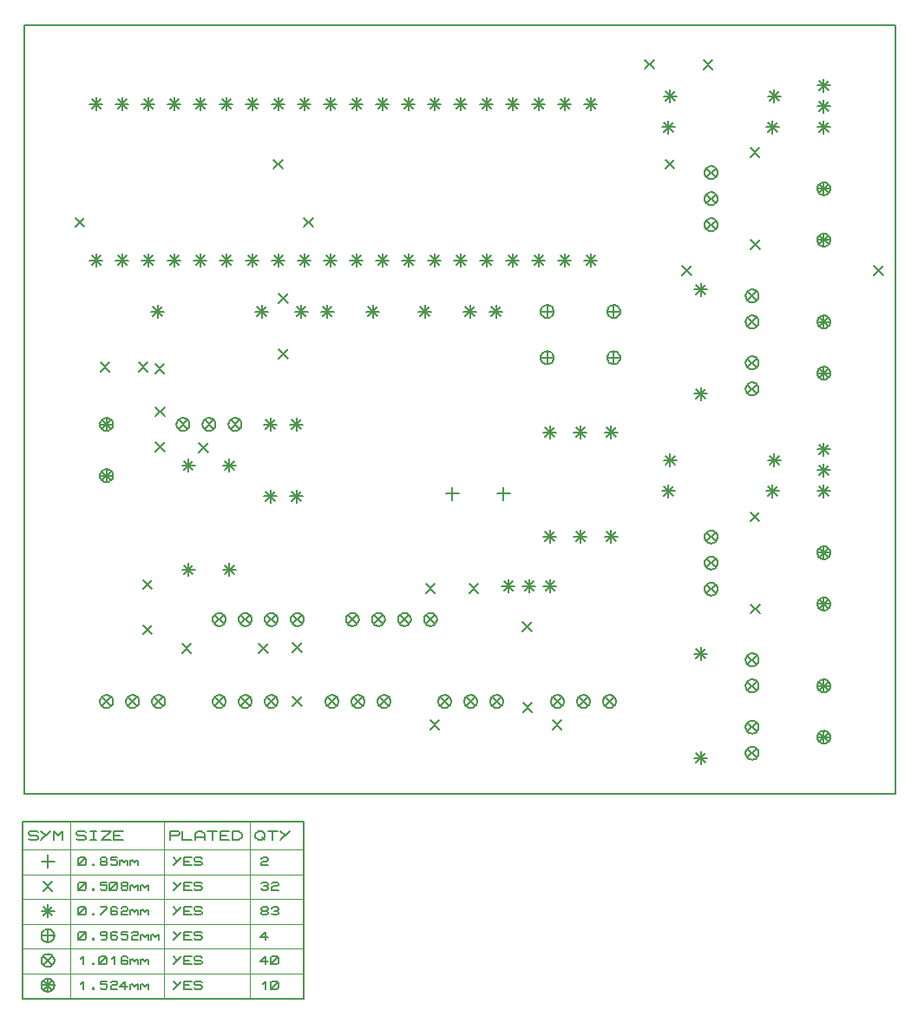
<source format=gbr>
G04 PROTEUS RS274X GERBER FILE*
%FSLAX45Y45*%
%MOMM*%
G01*
%ADD21C,0.203200*%
%ADD25C,0.127000*%
%ADD51C,0.063500*%
D21*
X+6165099Y+7230801D02*
X+6254901Y+7140999D01*
X+6165099Y+7140999D02*
X+6254901Y+7230801D01*
X+6735827Y+7225451D02*
X+6825629Y+7135649D01*
X+6735827Y+7135649D02*
X+6825629Y+7225451D01*
X+7191982Y+6371018D02*
X+7281784Y+6281216D01*
X+7191982Y+6281216D02*
X+7281784Y+6371018D01*
X+7194749Y+5474548D02*
X+7284551Y+5384746D01*
X+7194749Y+5384746D02*
X+7284551Y+5474548D01*
X+6528829Y+5223862D02*
X+6618631Y+5134060D01*
X+6528829Y+5134060D02*
X+6618631Y+5223862D01*
X+8397885Y+5223862D02*
X+8487687Y+5134060D01*
X+8397885Y+5134060D02*
X+8487687Y+5223862D01*
X+6363756Y+6256900D02*
X+6453558Y+6167098D01*
X+6363756Y+6167098D02*
X+6453558Y+6256900D01*
X+2540444Y+6256901D02*
X+2630246Y+6167099D01*
X+2540444Y+6167099D02*
X+2630246Y+6256901D01*
X+2588781Y+4952181D02*
X+2678583Y+4862379D01*
X+2588781Y+4862379D02*
X+2678583Y+4952181D01*
X+2588781Y+4410172D02*
X+2678583Y+4320370D01*
X+2588781Y+4320370D02*
X+2678583Y+4410172D01*
X+1812967Y+3496200D02*
X+1902769Y+3406398D01*
X+1812967Y+3406398D02*
X+1902769Y+3496200D01*
X+1387862Y+3501514D02*
X+1477664Y+3411712D01*
X+1387862Y+3411712D02*
X+1477664Y+3501514D01*
X+1387862Y+3846911D02*
X+1477664Y+3757109D01*
X+1387862Y+3757109D02*
X+1477664Y+3846911D01*
X+1382548Y+4266702D02*
X+1472350Y+4176900D01*
X+1382548Y+4176900D02*
X+1472350Y+4266702D01*
X+1223134Y+4282642D02*
X+1312936Y+4192840D01*
X+1223134Y+4192840D02*
X+1312936Y+4282642D01*
X+851168Y+4282642D02*
X+940970Y+4192840D01*
X+851168Y+4192840D02*
X+940970Y+4282642D01*
X+605099Y+5690801D02*
X+694901Y+5600999D01*
X+605099Y+5600999D02*
X+694901Y+5690801D01*
X+2838531Y+5690801D02*
X+2928333Y+5600999D01*
X+2838531Y+5600999D02*
X+2928333Y+5690801D01*
X+4027099Y+2120801D02*
X+4116901Y+2030999D01*
X+4027099Y+2030999D02*
X+4116901Y+2120801D01*
X+4448132Y+2125048D02*
X+4537934Y+2035246D01*
X+4448132Y+2035246D02*
X+4537934Y+2125048D01*
X+2728049Y+1545874D02*
X+2817851Y+1456072D01*
X+2728049Y+1456072D02*
X+2817851Y+1545874D01*
X+2397744Y+1540802D02*
X+2487546Y+1451000D01*
X+2397744Y+1451000D02*
X+2487546Y+1540802D01*
X+2728049Y+1022522D02*
X+2817851Y+932720D01*
X+2728049Y+932720D02*
X+2817851Y+1022522D01*
X+4067830Y+792246D02*
X+4157632Y+702444D01*
X+4067830Y+702444D02*
X+4157632Y+792246D01*
X+5261072Y+792245D02*
X+5350874Y+702443D01*
X+5261072Y+702443D02*
X+5350874Y+792245D01*
X+4974973Y+963207D02*
X+5064775Y+873405D01*
X+4974973Y+873405D02*
X+5064775Y+963207D01*
X+4971484Y+1751723D02*
X+5061286Y+1661921D01*
X+4971484Y+1661921D02*
X+5061286Y+1751723D01*
X+7194749Y+1925153D02*
X+7284551Y+1835351D01*
X+7194749Y+1835351D02*
X+7284551Y+1925153D01*
X+7191982Y+2821623D02*
X+7281784Y+2731821D01*
X+7191982Y+2731821D02*
X+7281784Y+2821623D01*
X+1645541Y+1540802D02*
X+1735343Y+1451000D01*
X+1645541Y+1451000D02*
X+1735343Y+1540802D01*
X+1265099Y+1720801D02*
X+1354901Y+1630999D01*
X+1265099Y+1630999D02*
X+1354901Y+1720801D01*
X+1265099Y+2162243D02*
X+1354901Y+2072441D01*
X+1265099Y+2072441D02*
X+1354901Y+2162243D01*
X+1719500Y+3675900D02*
X+1719283Y+3681147D01*
X+1717518Y+3691642D01*
X+1713826Y+3702137D01*
X+1707798Y+3712632D01*
X+1698576Y+3723012D01*
X+1688081Y+3730700D01*
X+1677586Y+3735618D01*
X+1667091Y+3738424D01*
X+1656596Y+3739397D01*
X+1656000Y+3739400D01*
X+1592500Y+3675900D02*
X+1592717Y+3681147D01*
X+1594482Y+3691642D01*
X+1598174Y+3702137D01*
X+1604202Y+3712632D01*
X+1613424Y+3723012D01*
X+1623919Y+3730700D01*
X+1634414Y+3735618D01*
X+1644909Y+3738424D01*
X+1655404Y+3739397D01*
X+1656000Y+3739400D01*
X+1592500Y+3675900D02*
X+1592717Y+3670653D01*
X+1594482Y+3660158D01*
X+1598174Y+3649663D01*
X+1604202Y+3639168D01*
X+1613424Y+3628788D01*
X+1623919Y+3621100D01*
X+1634414Y+3616182D01*
X+1644909Y+3613376D01*
X+1655404Y+3612403D01*
X+1656000Y+3612400D01*
X+1719500Y+3675900D02*
X+1719283Y+3670653D01*
X+1717518Y+3660158D01*
X+1713826Y+3649663D01*
X+1707798Y+3639168D01*
X+1698576Y+3628788D01*
X+1688081Y+3621100D01*
X+1677586Y+3616182D01*
X+1667091Y+3613376D01*
X+1656596Y+3612403D01*
X+1656000Y+3612400D01*
X+1611099Y+3720801D02*
X+1700901Y+3630999D01*
X+1611099Y+3630999D02*
X+1700901Y+3720801D01*
X+1973500Y+3675900D02*
X+1973283Y+3681147D01*
X+1971518Y+3691642D01*
X+1967826Y+3702137D01*
X+1961798Y+3712632D01*
X+1952576Y+3723012D01*
X+1942081Y+3730700D01*
X+1931586Y+3735618D01*
X+1921091Y+3738424D01*
X+1910596Y+3739397D01*
X+1910000Y+3739400D01*
X+1846500Y+3675900D02*
X+1846717Y+3681147D01*
X+1848482Y+3691642D01*
X+1852174Y+3702137D01*
X+1858202Y+3712632D01*
X+1867424Y+3723012D01*
X+1877919Y+3730700D01*
X+1888414Y+3735618D01*
X+1898909Y+3738424D01*
X+1909404Y+3739397D01*
X+1910000Y+3739400D01*
X+1846500Y+3675900D02*
X+1846717Y+3670653D01*
X+1848482Y+3660158D01*
X+1852174Y+3649663D01*
X+1858202Y+3639168D01*
X+1867424Y+3628788D01*
X+1877919Y+3621100D01*
X+1888414Y+3616182D01*
X+1898909Y+3613376D01*
X+1909404Y+3612403D01*
X+1910000Y+3612400D01*
X+1973500Y+3675900D02*
X+1973283Y+3670653D01*
X+1971518Y+3660158D01*
X+1967826Y+3649663D01*
X+1961798Y+3639168D01*
X+1952576Y+3628788D01*
X+1942081Y+3621100D01*
X+1931586Y+3616182D01*
X+1921091Y+3613376D01*
X+1910596Y+3612403D01*
X+1910000Y+3612400D01*
X+1865099Y+3720801D02*
X+1954901Y+3630999D01*
X+1865099Y+3630999D02*
X+1954901Y+3720801D01*
X+2227500Y+3675900D02*
X+2227283Y+3681147D01*
X+2225518Y+3691642D01*
X+2221826Y+3702137D01*
X+2215798Y+3712632D01*
X+2206576Y+3723012D01*
X+2196081Y+3730700D01*
X+2185586Y+3735618D01*
X+2175091Y+3738424D01*
X+2164596Y+3739397D01*
X+2164000Y+3739400D01*
X+2100500Y+3675900D02*
X+2100717Y+3681147D01*
X+2102482Y+3691642D01*
X+2106174Y+3702137D01*
X+2112202Y+3712632D01*
X+2121424Y+3723012D01*
X+2131919Y+3730700D01*
X+2142414Y+3735618D01*
X+2152909Y+3738424D01*
X+2163404Y+3739397D01*
X+2164000Y+3739400D01*
X+2100500Y+3675900D02*
X+2100717Y+3670653D01*
X+2102482Y+3660158D01*
X+2106174Y+3649663D01*
X+2112202Y+3639168D01*
X+2121424Y+3628788D01*
X+2131919Y+3621100D01*
X+2142414Y+3616182D01*
X+2152909Y+3613376D01*
X+2163404Y+3612403D01*
X+2164000Y+3612400D01*
X+2227500Y+3675900D02*
X+2227283Y+3670653D01*
X+2225518Y+3660158D01*
X+2221826Y+3649663D01*
X+2215798Y+3639168D01*
X+2206576Y+3628788D01*
X+2196081Y+3621100D01*
X+2185586Y+3616182D01*
X+2175091Y+3613376D01*
X+2164596Y+3612403D01*
X+2164000Y+3612400D01*
X+2119099Y+3720801D02*
X+2208901Y+3630999D01*
X+2119099Y+3630999D02*
X+2208901Y+3720801D01*
X+2510000Y+3739400D02*
X+2510000Y+3612400D01*
X+2446500Y+3675900D02*
X+2573500Y+3675900D01*
X+2465099Y+3720801D02*
X+2554901Y+3630999D01*
X+2465099Y+3630999D02*
X+2554901Y+3720801D01*
X+2764000Y+3739400D02*
X+2764000Y+3612400D01*
X+2700500Y+3675900D02*
X+2827500Y+3675900D01*
X+2719099Y+3720801D02*
X+2808901Y+3630999D01*
X+2719099Y+3630999D02*
X+2808901Y+3720801D01*
X+2510000Y+3039400D02*
X+2510000Y+2912400D01*
X+2446500Y+2975900D02*
X+2573500Y+2975900D01*
X+2465099Y+3020801D02*
X+2554901Y+2930999D01*
X+2465099Y+2930999D02*
X+2554901Y+3020801D01*
X+2764000Y+3039400D02*
X+2764000Y+2912400D01*
X+2700500Y+2975900D02*
X+2827500Y+2975900D01*
X+2719099Y+3020801D02*
X+2808901Y+2930999D01*
X+2719099Y+2930999D02*
X+2808901Y+3020801D01*
X+973500Y+3675900D02*
X+973283Y+3681147D01*
X+971518Y+3691642D01*
X+967826Y+3702137D01*
X+961798Y+3712632D01*
X+952576Y+3723012D01*
X+942081Y+3730700D01*
X+931586Y+3735618D01*
X+921091Y+3738424D01*
X+910596Y+3739397D01*
X+910000Y+3739400D01*
X+846500Y+3675900D02*
X+846717Y+3681147D01*
X+848482Y+3691642D01*
X+852174Y+3702137D01*
X+858202Y+3712632D01*
X+867424Y+3723012D01*
X+877919Y+3730700D01*
X+888414Y+3735618D01*
X+898909Y+3738424D01*
X+909404Y+3739397D01*
X+910000Y+3739400D01*
X+846500Y+3675900D02*
X+846717Y+3670653D01*
X+848482Y+3660158D01*
X+852174Y+3649663D01*
X+858202Y+3639168D01*
X+867424Y+3628788D01*
X+877919Y+3621100D01*
X+888414Y+3616182D01*
X+898909Y+3613376D01*
X+909404Y+3612403D01*
X+910000Y+3612400D01*
X+973500Y+3675900D02*
X+973283Y+3670653D01*
X+971518Y+3660158D01*
X+967826Y+3649663D01*
X+961798Y+3639168D01*
X+952576Y+3628788D01*
X+942081Y+3621100D01*
X+931586Y+3616182D01*
X+921091Y+3613376D01*
X+910596Y+3612403D01*
X+910000Y+3612400D01*
X+910000Y+3739400D02*
X+910000Y+3612400D01*
X+846500Y+3675900D02*
X+973500Y+3675900D01*
X+973283Y+3681147D01*
X+971518Y+3691642D01*
X+967826Y+3702137D01*
X+961798Y+3712632D01*
X+952576Y+3723012D01*
X+942081Y+3730700D01*
X+931586Y+3735618D01*
X+921091Y+3738424D01*
X+910596Y+3739397D01*
X+910000Y+3739400D01*
X+846500Y+3675900D02*
X+846717Y+3681147D01*
X+848482Y+3691642D01*
X+852174Y+3702137D01*
X+858202Y+3712632D01*
X+867424Y+3723012D01*
X+877919Y+3730700D01*
X+888414Y+3735618D01*
X+898909Y+3738424D01*
X+909404Y+3739397D01*
X+910000Y+3739400D01*
X+846500Y+3675900D02*
X+846717Y+3670653D01*
X+848482Y+3660158D01*
X+852174Y+3649663D01*
X+858202Y+3639168D01*
X+867424Y+3628788D01*
X+877919Y+3621100D01*
X+888414Y+3616182D01*
X+898909Y+3613376D01*
X+909404Y+3612403D01*
X+910000Y+3612400D01*
X+973500Y+3675900D02*
X+973283Y+3670653D01*
X+971518Y+3660158D01*
X+967826Y+3649663D01*
X+961798Y+3639168D01*
X+952576Y+3628788D01*
X+942081Y+3621100D01*
X+931586Y+3616182D01*
X+921091Y+3613376D01*
X+910596Y+3612403D01*
X+910000Y+3612400D01*
X+865099Y+3720801D02*
X+954901Y+3630999D01*
X+865099Y+3630999D02*
X+954901Y+3720801D01*
X+973500Y+3175520D02*
X+973283Y+3180767D01*
X+971518Y+3191262D01*
X+967826Y+3201757D01*
X+961798Y+3212252D01*
X+952576Y+3222632D01*
X+942081Y+3230320D01*
X+931586Y+3235238D01*
X+921091Y+3238044D01*
X+910596Y+3239017D01*
X+910000Y+3239020D01*
X+846500Y+3175520D02*
X+846717Y+3180767D01*
X+848482Y+3191262D01*
X+852174Y+3201757D01*
X+858202Y+3212252D01*
X+867424Y+3222632D01*
X+877919Y+3230320D01*
X+888414Y+3235238D01*
X+898909Y+3238044D01*
X+909404Y+3239017D01*
X+910000Y+3239020D01*
X+846500Y+3175520D02*
X+846717Y+3170273D01*
X+848482Y+3159778D01*
X+852174Y+3149283D01*
X+858202Y+3138788D01*
X+867424Y+3128408D01*
X+877919Y+3120720D01*
X+888414Y+3115802D01*
X+898909Y+3112996D01*
X+909404Y+3112023D01*
X+910000Y+3112020D01*
X+973500Y+3175520D02*
X+973283Y+3170273D01*
X+971518Y+3159778D01*
X+967826Y+3149283D01*
X+961798Y+3138788D01*
X+952576Y+3128408D01*
X+942081Y+3120720D01*
X+931586Y+3115802D01*
X+921091Y+3112996D01*
X+910596Y+3112023D01*
X+910000Y+3112020D01*
X+910000Y+3239020D02*
X+910000Y+3112020D01*
X+846500Y+3175520D02*
X+973500Y+3175520D01*
X+973283Y+3180767D01*
X+971518Y+3191262D01*
X+967826Y+3201757D01*
X+961798Y+3212252D01*
X+952576Y+3222632D01*
X+942081Y+3230320D01*
X+931586Y+3235238D01*
X+921091Y+3238044D01*
X+910596Y+3239017D01*
X+910000Y+3239020D01*
X+846500Y+3175520D02*
X+846717Y+3180767D01*
X+848482Y+3191262D01*
X+852174Y+3201757D01*
X+858202Y+3212252D01*
X+867424Y+3222632D01*
X+877919Y+3230320D01*
X+888414Y+3235238D01*
X+898909Y+3238044D01*
X+909404Y+3239017D01*
X+910000Y+3239020D01*
X+846500Y+3175520D02*
X+846717Y+3170273D01*
X+848482Y+3159778D01*
X+852174Y+3149283D01*
X+858202Y+3138788D01*
X+867424Y+3128408D01*
X+877919Y+3120720D01*
X+888414Y+3115802D01*
X+898909Y+3112996D01*
X+909404Y+3112023D01*
X+910000Y+3112020D01*
X+973500Y+3175520D02*
X+973283Y+3170273D01*
X+971518Y+3159778D01*
X+967826Y+3149283D01*
X+961798Y+3138788D01*
X+952576Y+3128408D01*
X+942081Y+3120720D01*
X+931586Y+3115802D01*
X+921091Y+3112996D01*
X+910596Y+3112023D01*
X+910000Y+3112020D01*
X+865099Y+3220421D02*
X+954901Y+3130619D01*
X+865099Y+3130619D02*
X+954901Y+3220421D01*
X+1710000Y+2323400D02*
X+1710000Y+2196400D01*
X+1646500Y+2259900D02*
X+1773500Y+2259900D01*
X+1665099Y+2304801D02*
X+1754901Y+2214999D01*
X+1665099Y+2214999D02*
X+1754901Y+2304801D01*
X+1710000Y+3339400D02*
X+1710000Y+3212400D01*
X+1646500Y+3275900D02*
X+1773500Y+3275900D01*
X+1665099Y+3320801D02*
X+1754901Y+3230999D01*
X+1665099Y+3230999D02*
X+1754901Y+3320801D01*
X+2110000Y+3339400D02*
X+2110000Y+3212400D01*
X+2046500Y+3275900D02*
X+2173500Y+3275900D01*
X+2065099Y+3320801D02*
X+2154901Y+3230999D01*
X+2065099Y+3230999D02*
X+2154901Y+3320801D01*
X+2110000Y+2323400D02*
X+2110000Y+2196400D01*
X+2046500Y+2259900D02*
X+2173500Y+2259900D01*
X+2065099Y+2304801D02*
X+2154901Y+2214999D01*
X+2065099Y+2214999D02*
X+2154901Y+2304801D01*
X+6873500Y+6129900D02*
X+6873283Y+6135147D01*
X+6871518Y+6145642D01*
X+6867826Y+6156137D01*
X+6861798Y+6166632D01*
X+6852576Y+6177012D01*
X+6842081Y+6184700D01*
X+6831586Y+6189618D01*
X+6821091Y+6192424D01*
X+6810596Y+6193397D01*
X+6810000Y+6193400D01*
X+6746500Y+6129900D02*
X+6746717Y+6135147D01*
X+6748482Y+6145642D01*
X+6752174Y+6156137D01*
X+6758202Y+6166632D01*
X+6767424Y+6177012D01*
X+6777919Y+6184700D01*
X+6788414Y+6189618D01*
X+6798909Y+6192424D01*
X+6809404Y+6193397D01*
X+6810000Y+6193400D01*
X+6746500Y+6129900D02*
X+6746717Y+6124653D01*
X+6748482Y+6114158D01*
X+6752174Y+6103663D01*
X+6758202Y+6093168D01*
X+6767424Y+6082788D01*
X+6777919Y+6075100D01*
X+6788414Y+6070182D01*
X+6798909Y+6067376D01*
X+6809404Y+6066403D01*
X+6810000Y+6066400D01*
X+6873500Y+6129900D02*
X+6873283Y+6124653D01*
X+6871518Y+6114158D01*
X+6867826Y+6103663D01*
X+6861798Y+6093168D01*
X+6852576Y+6082788D01*
X+6842081Y+6075100D01*
X+6831586Y+6070182D01*
X+6821091Y+6067376D01*
X+6810596Y+6066403D01*
X+6810000Y+6066400D01*
X+6765099Y+6174801D02*
X+6854901Y+6084999D01*
X+6765099Y+6084999D02*
X+6854901Y+6174801D01*
X+6873500Y+5875900D02*
X+6873283Y+5881147D01*
X+6871518Y+5891642D01*
X+6867826Y+5902137D01*
X+6861798Y+5912632D01*
X+6852576Y+5923012D01*
X+6842081Y+5930700D01*
X+6831586Y+5935618D01*
X+6821091Y+5938424D01*
X+6810596Y+5939397D01*
X+6810000Y+5939400D01*
X+6746500Y+5875900D02*
X+6746717Y+5881147D01*
X+6748482Y+5891642D01*
X+6752174Y+5902137D01*
X+6758202Y+5912632D01*
X+6767424Y+5923012D01*
X+6777919Y+5930700D01*
X+6788414Y+5935618D01*
X+6798909Y+5938424D01*
X+6809404Y+5939397D01*
X+6810000Y+5939400D01*
X+6746500Y+5875900D02*
X+6746717Y+5870653D01*
X+6748482Y+5860158D01*
X+6752174Y+5849663D01*
X+6758202Y+5839168D01*
X+6767424Y+5828788D01*
X+6777919Y+5821100D01*
X+6788414Y+5816182D01*
X+6798909Y+5813376D01*
X+6809404Y+5812403D01*
X+6810000Y+5812400D01*
X+6873500Y+5875900D02*
X+6873283Y+5870653D01*
X+6871518Y+5860158D01*
X+6867826Y+5849663D01*
X+6861798Y+5839168D01*
X+6852576Y+5828788D01*
X+6842081Y+5821100D01*
X+6831586Y+5816182D01*
X+6821091Y+5813376D01*
X+6810596Y+5812403D01*
X+6810000Y+5812400D01*
X+6765099Y+5920801D02*
X+6854901Y+5830999D01*
X+6765099Y+5830999D02*
X+6854901Y+5920801D01*
X+6873500Y+5621900D02*
X+6873283Y+5627147D01*
X+6871518Y+5637642D01*
X+6867826Y+5648137D01*
X+6861798Y+5658632D01*
X+6852576Y+5669012D01*
X+6842081Y+5676700D01*
X+6831586Y+5681618D01*
X+6821091Y+5684424D01*
X+6810596Y+5685397D01*
X+6810000Y+5685400D01*
X+6746500Y+5621900D02*
X+6746717Y+5627147D01*
X+6748482Y+5637642D01*
X+6752174Y+5648137D01*
X+6758202Y+5658632D01*
X+6767424Y+5669012D01*
X+6777919Y+5676700D01*
X+6788414Y+5681618D01*
X+6798909Y+5684424D01*
X+6809404Y+5685397D01*
X+6810000Y+5685400D01*
X+6746500Y+5621900D02*
X+6746717Y+5616653D01*
X+6748482Y+5606158D01*
X+6752174Y+5595663D01*
X+6758202Y+5585168D01*
X+6767424Y+5574788D01*
X+6777919Y+5567100D01*
X+6788414Y+5562182D01*
X+6798909Y+5559376D01*
X+6809404Y+5558403D01*
X+6810000Y+5558400D01*
X+6873500Y+5621900D02*
X+6873283Y+5616653D01*
X+6871518Y+5606158D01*
X+6867826Y+5595663D01*
X+6861798Y+5585168D01*
X+6852576Y+5574788D01*
X+6842081Y+5567100D01*
X+6831586Y+5562182D01*
X+6821091Y+5559376D01*
X+6810596Y+5558403D01*
X+6810000Y+5558400D01*
X+6765099Y+5666801D02*
X+6854901Y+5576999D01*
X+6765099Y+5576999D02*
X+6854901Y+5666801D01*
X+7910000Y+7045800D02*
X+7910000Y+6918800D01*
X+7846500Y+6982300D02*
X+7973500Y+6982300D01*
X+7865099Y+7027201D02*
X+7954901Y+6937399D01*
X+7865099Y+6937399D02*
X+7954901Y+7027201D01*
X+7910000Y+6842600D02*
X+7910000Y+6715600D01*
X+7846500Y+6779100D02*
X+7973500Y+6779100D01*
X+7865099Y+6824001D02*
X+7954901Y+6734199D01*
X+7865099Y+6734199D02*
X+7954901Y+6824001D01*
X+7910000Y+6639400D02*
X+7910000Y+6512400D01*
X+7846500Y+6575900D02*
X+7973500Y+6575900D01*
X+7865099Y+6620801D02*
X+7954901Y+6530999D01*
X+7865099Y+6530999D02*
X+7954901Y+6620801D01*
X+7410000Y+6639400D02*
X+7410000Y+6512400D01*
X+7346500Y+6575900D02*
X+7473500Y+6575900D01*
X+7365099Y+6620801D02*
X+7454901Y+6530999D01*
X+7365099Y+6530999D02*
X+7454901Y+6620801D01*
X+6394000Y+6639400D02*
X+6394000Y+6512400D01*
X+6330500Y+6575900D02*
X+6457500Y+6575900D01*
X+6349099Y+6620801D02*
X+6438901Y+6530999D01*
X+6349099Y+6530999D02*
X+6438901Y+6620801D01*
X+7426000Y+6939400D02*
X+7426000Y+6812400D01*
X+7362500Y+6875900D02*
X+7489500Y+6875900D01*
X+7381099Y+6920801D02*
X+7470901Y+6830999D01*
X+7381099Y+6830999D02*
X+7470901Y+6920801D01*
X+6410000Y+6939400D02*
X+6410000Y+6812400D01*
X+6346500Y+6875900D02*
X+6473500Y+6875900D01*
X+6365099Y+6920801D02*
X+6454901Y+6830999D01*
X+6365099Y+6830999D02*
X+6454901Y+6920801D01*
X+6710000Y+5055400D02*
X+6710000Y+4928400D01*
X+6646500Y+4991900D02*
X+6773500Y+4991900D01*
X+6665099Y+5036801D02*
X+6754901Y+4946999D01*
X+6665099Y+4946999D02*
X+6754901Y+5036801D01*
X+6710000Y+4039400D02*
X+6710000Y+3912400D01*
X+6646500Y+3975900D02*
X+6773500Y+3975900D01*
X+6665099Y+4020801D02*
X+6754901Y+3930999D01*
X+6665099Y+3930999D02*
X+6754901Y+4020801D01*
X+7273500Y+4021900D02*
X+7273283Y+4027147D01*
X+7271518Y+4037642D01*
X+7267826Y+4048137D01*
X+7261798Y+4058632D01*
X+7252576Y+4069012D01*
X+7242081Y+4076700D01*
X+7231586Y+4081618D01*
X+7221091Y+4084424D01*
X+7210596Y+4085397D01*
X+7210000Y+4085400D01*
X+7146500Y+4021900D02*
X+7146717Y+4027147D01*
X+7148482Y+4037642D01*
X+7152174Y+4048137D01*
X+7158202Y+4058632D01*
X+7167424Y+4069012D01*
X+7177919Y+4076700D01*
X+7188414Y+4081618D01*
X+7198909Y+4084424D01*
X+7209404Y+4085397D01*
X+7210000Y+4085400D01*
X+7146500Y+4021900D02*
X+7146717Y+4016653D01*
X+7148482Y+4006158D01*
X+7152174Y+3995663D01*
X+7158202Y+3985168D01*
X+7167424Y+3974788D01*
X+7177919Y+3967100D01*
X+7188414Y+3962182D01*
X+7198909Y+3959376D01*
X+7209404Y+3958403D01*
X+7210000Y+3958400D01*
X+7273500Y+4021900D02*
X+7273283Y+4016653D01*
X+7271518Y+4006158D01*
X+7267826Y+3995663D01*
X+7261798Y+3985168D01*
X+7252576Y+3974788D01*
X+7242081Y+3967100D01*
X+7231586Y+3962182D01*
X+7221091Y+3959376D01*
X+7210596Y+3958403D01*
X+7210000Y+3958400D01*
X+7165099Y+4066801D02*
X+7254901Y+3976999D01*
X+7165099Y+3976999D02*
X+7254901Y+4066801D01*
X+7273500Y+4275900D02*
X+7273283Y+4281147D01*
X+7271518Y+4291642D01*
X+7267826Y+4302137D01*
X+7261798Y+4312632D01*
X+7252576Y+4323012D01*
X+7242081Y+4330700D01*
X+7231586Y+4335618D01*
X+7221091Y+4338424D01*
X+7210596Y+4339397D01*
X+7210000Y+4339400D01*
X+7146500Y+4275900D02*
X+7146717Y+4281147D01*
X+7148482Y+4291642D01*
X+7152174Y+4302137D01*
X+7158202Y+4312632D01*
X+7167424Y+4323012D01*
X+7177919Y+4330700D01*
X+7188414Y+4335618D01*
X+7198909Y+4338424D01*
X+7209404Y+4339397D01*
X+7210000Y+4339400D01*
X+7146500Y+4275900D02*
X+7146717Y+4270653D01*
X+7148482Y+4260158D01*
X+7152174Y+4249663D01*
X+7158202Y+4239168D01*
X+7167424Y+4228788D01*
X+7177919Y+4221100D01*
X+7188414Y+4216182D01*
X+7198909Y+4213376D01*
X+7209404Y+4212403D01*
X+7210000Y+4212400D01*
X+7273500Y+4275900D02*
X+7273283Y+4270653D01*
X+7271518Y+4260158D01*
X+7267826Y+4249663D01*
X+7261798Y+4239168D01*
X+7252576Y+4228788D01*
X+7242081Y+4221100D01*
X+7231586Y+4216182D01*
X+7221091Y+4213376D01*
X+7210596Y+4212403D01*
X+7210000Y+4212400D01*
X+7165099Y+4320801D02*
X+7254901Y+4230999D01*
X+7165099Y+4230999D02*
X+7254901Y+4320801D01*
X+7973500Y+4675900D02*
X+7973283Y+4681147D01*
X+7971518Y+4691642D01*
X+7967826Y+4702137D01*
X+7961798Y+4712632D01*
X+7952576Y+4723012D01*
X+7942081Y+4730700D01*
X+7931586Y+4735618D01*
X+7921091Y+4738424D01*
X+7910596Y+4739397D01*
X+7910000Y+4739400D01*
X+7846500Y+4675900D02*
X+7846717Y+4681147D01*
X+7848482Y+4691642D01*
X+7852174Y+4702137D01*
X+7858202Y+4712632D01*
X+7867424Y+4723012D01*
X+7877919Y+4730700D01*
X+7888414Y+4735618D01*
X+7898909Y+4738424D01*
X+7909404Y+4739397D01*
X+7910000Y+4739400D01*
X+7846500Y+4675900D02*
X+7846717Y+4670653D01*
X+7848482Y+4660158D01*
X+7852174Y+4649663D01*
X+7858202Y+4639168D01*
X+7867424Y+4628788D01*
X+7877919Y+4621100D01*
X+7888414Y+4616182D01*
X+7898909Y+4613376D01*
X+7909404Y+4612403D01*
X+7910000Y+4612400D01*
X+7973500Y+4675900D02*
X+7973283Y+4670653D01*
X+7971518Y+4660158D01*
X+7967826Y+4649663D01*
X+7961798Y+4639168D01*
X+7952576Y+4628788D01*
X+7942081Y+4621100D01*
X+7931586Y+4616182D01*
X+7921091Y+4613376D01*
X+7910596Y+4612403D01*
X+7910000Y+4612400D01*
X+7910000Y+4739400D02*
X+7910000Y+4612400D01*
X+7846500Y+4675900D02*
X+7973500Y+4675900D01*
X+7973283Y+4681147D01*
X+7971518Y+4691642D01*
X+7967826Y+4702137D01*
X+7961798Y+4712632D01*
X+7952576Y+4723012D01*
X+7942081Y+4730700D01*
X+7931586Y+4735618D01*
X+7921091Y+4738424D01*
X+7910596Y+4739397D01*
X+7910000Y+4739400D01*
X+7846500Y+4675900D02*
X+7846717Y+4681147D01*
X+7848482Y+4691642D01*
X+7852174Y+4702137D01*
X+7858202Y+4712632D01*
X+7867424Y+4723012D01*
X+7877919Y+4730700D01*
X+7888414Y+4735618D01*
X+7898909Y+4738424D01*
X+7909404Y+4739397D01*
X+7910000Y+4739400D01*
X+7846500Y+4675900D02*
X+7846717Y+4670653D01*
X+7848482Y+4660158D01*
X+7852174Y+4649663D01*
X+7858202Y+4639168D01*
X+7867424Y+4628788D01*
X+7877919Y+4621100D01*
X+7888414Y+4616182D01*
X+7898909Y+4613376D01*
X+7909404Y+4612403D01*
X+7910000Y+4612400D01*
X+7973500Y+4675900D02*
X+7973283Y+4670653D01*
X+7971518Y+4660158D01*
X+7967826Y+4649663D01*
X+7961798Y+4639168D01*
X+7952576Y+4628788D01*
X+7942081Y+4621100D01*
X+7931586Y+4616182D01*
X+7921091Y+4613376D01*
X+7910596Y+4612403D01*
X+7910000Y+4612400D01*
X+7865099Y+4720801D02*
X+7954901Y+4630999D01*
X+7865099Y+4630999D02*
X+7954901Y+4720801D01*
X+7973500Y+4175520D02*
X+7973283Y+4180767D01*
X+7971518Y+4191262D01*
X+7967826Y+4201757D01*
X+7961798Y+4212252D01*
X+7952576Y+4222632D01*
X+7942081Y+4230320D01*
X+7931586Y+4235238D01*
X+7921091Y+4238044D01*
X+7910596Y+4239017D01*
X+7910000Y+4239020D01*
X+7846500Y+4175520D02*
X+7846717Y+4180767D01*
X+7848482Y+4191262D01*
X+7852174Y+4201757D01*
X+7858202Y+4212252D01*
X+7867424Y+4222632D01*
X+7877919Y+4230320D01*
X+7888414Y+4235238D01*
X+7898909Y+4238044D01*
X+7909404Y+4239017D01*
X+7910000Y+4239020D01*
X+7846500Y+4175520D02*
X+7846717Y+4170273D01*
X+7848482Y+4159778D01*
X+7852174Y+4149283D01*
X+7858202Y+4138788D01*
X+7867424Y+4128408D01*
X+7877919Y+4120720D01*
X+7888414Y+4115802D01*
X+7898909Y+4112996D01*
X+7909404Y+4112023D01*
X+7910000Y+4112020D01*
X+7973500Y+4175520D02*
X+7973283Y+4170273D01*
X+7971518Y+4159778D01*
X+7967826Y+4149283D01*
X+7961798Y+4138788D01*
X+7952576Y+4128408D01*
X+7942081Y+4120720D01*
X+7931586Y+4115802D01*
X+7921091Y+4112996D01*
X+7910596Y+4112023D01*
X+7910000Y+4112020D01*
X+7910000Y+4239020D02*
X+7910000Y+4112020D01*
X+7846500Y+4175520D02*
X+7973500Y+4175520D01*
X+7973283Y+4180767D01*
X+7971518Y+4191262D01*
X+7967826Y+4201757D01*
X+7961798Y+4212252D01*
X+7952576Y+4222632D01*
X+7942081Y+4230320D01*
X+7931586Y+4235238D01*
X+7921091Y+4238044D01*
X+7910596Y+4239017D01*
X+7910000Y+4239020D01*
X+7846500Y+4175520D02*
X+7846717Y+4180767D01*
X+7848482Y+4191262D01*
X+7852174Y+4201757D01*
X+7858202Y+4212252D01*
X+7867424Y+4222632D01*
X+7877919Y+4230320D01*
X+7888414Y+4235238D01*
X+7898909Y+4238044D01*
X+7909404Y+4239017D01*
X+7910000Y+4239020D01*
X+7846500Y+4175520D02*
X+7846717Y+4170273D01*
X+7848482Y+4159778D01*
X+7852174Y+4149283D01*
X+7858202Y+4138788D01*
X+7867424Y+4128408D01*
X+7877919Y+4120720D01*
X+7888414Y+4115802D01*
X+7898909Y+4112996D01*
X+7909404Y+4112023D01*
X+7910000Y+4112020D01*
X+7973500Y+4175520D02*
X+7973283Y+4170273D01*
X+7971518Y+4159778D01*
X+7967826Y+4149283D01*
X+7961798Y+4138788D01*
X+7952576Y+4128408D01*
X+7942081Y+4120720D01*
X+7931586Y+4115802D01*
X+7921091Y+4112996D01*
X+7910596Y+4112023D01*
X+7910000Y+4112020D01*
X+7865099Y+4220421D02*
X+7954901Y+4130619D01*
X+7865099Y+4130619D02*
X+7954901Y+4220421D01*
X+7973500Y+5475520D02*
X+7973283Y+5480767D01*
X+7971518Y+5491262D01*
X+7967826Y+5501757D01*
X+7961798Y+5512252D01*
X+7952576Y+5522632D01*
X+7942081Y+5530320D01*
X+7931586Y+5535238D01*
X+7921091Y+5538044D01*
X+7910596Y+5539017D01*
X+7910000Y+5539020D01*
X+7846500Y+5475520D02*
X+7846717Y+5480767D01*
X+7848482Y+5491262D01*
X+7852174Y+5501757D01*
X+7858202Y+5512252D01*
X+7867424Y+5522632D01*
X+7877919Y+5530320D01*
X+7888414Y+5535238D01*
X+7898909Y+5538044D01*
X+7909404Y+5539017D01*
X+7910000Y+5539020D01*
X+7846500Y+5475520D02*
X+7846717Y+5470273D01*
X+7848482Y+5459778D01*
X+7852174Y+5449283D01*
X+7858202Y+5438788D01*
X+7867424Y+5428408D01*
X+7877919Y+5420720D01*
X+7888414Y+5415802D01*
X+7898909Y+5412996D01*
X+7909404Y+5412023D01*
X+7910000Y+5412020D01*
X+7973500Y+5475520D02*
X+7973283Y+5470273D01*
X+7971518Y+5459778D01*
X+7967826Y+5449283D01*
X+7961798Y+5438788D01*
X+7952576Y+5428408D01*
X+7942081Y+5420720D01*
X+7931586Y+5415802D01*
X+7921091Y+5412996D01*
X+7910596Y+5412023D01*
X+7910000Y+5412020D01*
X+7910000Y+5539020D02*
X+7910000Y+5412020D01*
X+7846500Y+5475520D02*
X+7973500Y+5475520D01*
X+7973283Y+5480767D01*
X+7971518Y+5491262D01*
X+7967826Y+5501757D01*
X+7961798Y+5512252D01*
X+7952576Y+5522632D01*
X+7942081Y+5530320D01*
X+7931586Y+5535238D01*
X+7921091Y+5538044D01*
X+7910596Y+5539017D01*
X+7910000Y+5539020D01*
X+7846500Y+5475520D02*
X+7846717Y+5480767D01*
X+7848482Y+5491262D01*
X+7852174Y+5501757D01*
X+7858202Y+5512252D01*
X+7867424Y+5522632D01*
X+7877919Y+5530320D01*
X+7888414Y+5535238D01*
X+7898909Y+5538044D01*
X+7909404Y+5539017D01*
X+7910000Y+5539020D01*
X+7846500Y+5475520D02*
X+7846717Y+5470273D01*
X+7848482Y+5459778D01*
X+7852174Y+5449283D01*
X+7858202Y+5438788D01*
X+7867424Y+5428408D01*
X+7877919Y+5420720D01*
X+7888414Y+5415802D01*
X+7898909Y+5412996D01*
X+7909404Y+5412023D01*
X+7910000Y+5412020D01*
X+7973500Y+5475520D02*
X+7973283Y+5470273D01*
X+7971518Y+5459778D01*
X+7967826Y+5449283D01*
X+7961798Y+5438788D01*
X+7952576Y+5428408D01*
X+7942081Y+5420720D01*
X+7931586Y+5415802D01*
X+7921091Y+5412996D01*
X+7910596Y+5412023D01*
X+7910000Y+5412020D01*
X+7865099Y+5520421D02*
X+7954901Y+5430619D01*
X+7865099Y+5430619D02*
X+7954901Y+5520421D01*
X+7973500Y+5975900D02*
X+7973283Y+5981147D01*
X+7971518Y+5991642D01*
X+7967826Y+6002137D01*
X+7961798Y+6012632D01*
X+7952576Y+6023012D01*
X+7942081Y+6030700D01*
X+7931586Y+6035618D01*
X+7921091Y+6038424D01*
X+7910596Y+6039397D01*
X+7910000Y+6039400D01*
X+7846500Y+5975900D02*
X+7846717Y+5981147D01*
X+7848482Y+5991642D01*
X+7852174Y+6002137D01*
X+7858202Y+6012632D01*
X+7867424Y+6023012D01*
X+7877919Y+6030700D01*
X+7888414Y+6035618D01*
X+7898909Y+6038424D01*
X+7909404Y+6039397D01*
X+7910000Y+6039400D01*
X+7846500Y+5975900D02*
X+7846717Y+5970653D01*
X+7848482Y+5960158D01*
X+7852174Y+5949663D01*
X+7858202Y+5939168D01*
X+7867424Y+5928788D01*
X+7877919Y+5921100D01*
X+7888414Y+5916182D01*
X+7898909Y+5913376D01*
X+7909404Y+5912403D01*
X+7910000Y+5912400D01*
X+7973500Y+5975900D02*
X+7973283Y+5970653D01*
X+7971518Y+5960158D01*
X+7967826Y+5949663D01*
X+7961798Y+5939168D01*
X+7952576Y+5928788D01*
X+7942081Y+5921100D01*
X+7931586Y+5916182D01*
X+7921091Y+5913376D01*
X+7910596Y+5912403D01*
X+7910000Y+5912400D01*
X+7910000Y+6039400D02*
X+7910000Y+5912400D01*
X+7846500Y+5975900D02*
X+7973500Y+5975900D01*
X+7973283Y+5981147D01*
X+7971518Y+5991642D01*
X+7967826Y+6002137D01*
X+7961798Y+6012632D01*
X+7952576Y+6023012D01*
X+7942081Y+6030700D01*
X+7931586Y+6035618D01*
X+7921091Y+6038424D01*
X+7910596Y+6039397D01*
X+7910000Y+6039400D01*
X+7846500Y+5975900D02*
X+7846717Y+5981147D01*
X+7848482Y+5991642D01*
X+7852174Y+6002137D01*
X+7858202Y+6012632D01*
X+7867424Y+6023012D01*
X+7877919Y+6030700D01*
X+7888414Y+6035618D01*
X+7898909Y+6038424D01*
X+7909404Y+6039397D01*
X+7910000Y+6039400D01*
X+7846500Y+5975900D02*
X+7846717Y+5970653D01*
X+7848482Y+5960158D01*
X+7852174Y+5949663D01*
X+7858202Y+5939168D01*
X+7867424Y+5928788D01*
X+7877919Y+5921100D01*
X+7888414Y+5916182D01*
X+7898909Y+5913376D01*
X+7909404Y+5912403D01*
X+7910000Y+5912400D01*
X+7973500Y+5975900D02*
X+7973283Y+5970653D01*
X+7971518Y+5960158D01*
X+7967826Y+5949663D01*
X+7961798Y+5939168D01*
X+7952576Y+5928788D01*
X+7942081Y+5921100D01*
X+7931586Y+5916182D01*
X+7921091Y+5913376D01*
X+7910596Y+5912403D01*
X+7910000Y+5912400D01*
X+7865099Y+6020801D02*
X+7954901Y+5930999D01*
X+7865099Y+5930999D02*
X+7954901Y+6020801D01*
X+7273500Y+4675900D02*
X+7273283Y+4681147D01*
X+7271518Y+4691642D01*
X+7267826Y+4702137D01*
X+7261798Y+4712632D01*
X+7252576Y+4723012D01*
X+7242081Y+4730700D01*
X+7231586Y+4735618D01*
X+7221091Y+4738424D01*
X+7210596Y+4739397D01*
X+7210000Y+4739400D01*
X+7146500Y+4675900D02*
X+7146717Y+4681147D01*
X+7148482Y+4691642D01*
X+7152174Y+4702137D01*
X+7158202Y+4712632D01*
X+7167424Y+4723012D01*
X+7177919Y+4730700D01*
X+7188414Y+4735618D01*
X+7198909Y+4738424D01*
X+7209404Y+4739397D01*
X+7210000Y+4739400D01*
X+7146500Y+4675900D02*
X+7146717Y+4670653D01*
X+7148482Y+4660158D01*
X+7152174Y+4649663D01*
X+7158202Y+4639168D01*
X+7167424Y+4628788D01*
X+7177919Y+4621100D01*
X+7188414Y+4616182D01*
X+7198909Y+4613376D01*
X+7209404Y+4612403D01*
X+7210000Y+4612400D01*
X+7273500Y+4675900D02*
X+7273283Y+4670653D01*
X+7271518Y+4660158D01*
X+7267826Y+4649663D01*
X+7261798Y+4639168D01*
X+7252576Y+4628788D01*
X+7242081Y+4621100D01*
X+7231586Y+4616182D01*
X+7221091Y+4613376D01*
X+7210596Y+4612403D01*
X+7210000Y+4612400D01*
X+7165099Y+4720801D02*
X+7254901Y+4630999D01*
X+7165099Y+4630999D02*
X+7254901Y+4720801D01*
X+7273500Y+4929900D02*
X+7273283Y+4935147D01*
X+7271518Y+4945642D01*
X+7267826Y+4956137D01*
X+7261798Y+4966632D01*
X+7252576Y+4977012D01*
X+7242081Y+4984700D01*
X+7231586Y+4989618D01*
X+7221091Y+4992424D01*
X+7210596Y+4993397D01*
X+7210000Y+4993400D01*
X+7146500Y+4929900D02*
X+7146717Y+4935147D01*
X+7148482Y+4945642D01*
X+7152174Y+4956137D01*
X+7158202Y+4966632D01*
X+7167424Y+4977012D01*
X+7177919Y+4984700D01*
X+7188414Y+4989618D01*
X+7198909Y+4992424D01*
X+7209404Y+4993397D01*
X+7210000Y+4993400D01*
X+7146500Y+4929900D02*
X+7146717Y+4924653D01*
X+7148482Y+4914158D01*
X+7152174Y+4903663D01*
X+7158202Y+4893168D01*
X+7167424Y+4882788D01*
X+7177919Y+4875100D01*
X+7188414Y+4870182D01*
X+7198909Y+4867376D01*
X+7209404Y+4866403D01*
X+7210000Y+4866400D01*
X+7273500Y+4929900D02*
X+7273283Y+4924653D01*
X+7271518Y+4914158D01*
X+7267826Y+4903663D01*
X+7261798Y+4893168D01*
X+7252576Y+4882788D01*
X+7242081Y+4875100D01*
X+7231586Y+4870182D01*
X+7221091Y+4867376D01*
X+7210596Y+4866403D01*
X+7210000Y+4866400D01*
X+7165099Y+4974801D02*
X+7254901Y+4884999D01*
X+7165099Y+4884999D02*
X+7254901Y+4974801D01*
X+6873500Y+2580505D02*
X+6873283Y+2585752D01*
X+6871518Y+2596247D01*
X+6867826Y+2606742D01*
X+6861798Y+2617237D01*
X+6852576Y+2627617D01*
X+6842081Y+2635305D01*
X+6831586Y+2640223D01*
X+6821091Y+2643029D01*
X+6810596Y+2644002D01*
X+6810000Y+2644005D01*
X+6746500Y+2580505D02*
X+6746717Y+2585752D01*
X+6748482Y+2596247D01*
X+6752174Y+2606742D01*
X+6758202Y+2617237D01*
X+6767424Y+2627617D01*
X+6777919Y+2635305D01*
X+6788414Y+2640223D01*
X+6798909Y+2643029D01*
X+6809404Y+2644002D01*
X+6810000Y+2644005D01*
X+6746500Y+2580505D02*
X+6746717Y+2575258D01*
X+6748482Y+2564763D01*
X+6752174Y+2554268D01*
X+6758202Y+2543773D01*
X+6767424Y+2533393D01*
X+6777919Y+2525705D01*
X+6788414Y+2520787D01*
X+6798909Y+2517981D01*
X+6809404Y+2517008D01*
X+6810000Y+2517005D01*
X+6873500Y+2580505D02*
X+6873283Y+2575258D01*
X+6871518Y+2564763D01*
X+6867826Y+2554268D01*
X+6861798Y+2543773D01*
X+6852576Y+2533393D01*
X+6842081Y+2525705D01*
X+6831586Y+2520787D01*
X+6821091Y+2517981D01*
X+6810596Y+2517008D01*
X+6810000Y+2517005D01*
X+6765099Y+2625406D02*
X+6854901Y+2535604D01*
X+6765099Y+2535604D02*
X+6854901Y+2625406D01*
X+6873500Y+2326505D02*
X+6873283Y+2331752D01*
X+6871518Y+2342247D01*
X+6867826Y+2352742D01*
X+6861798Y+2363237D01*
X+6852576Y+2373617D01*
X+6842081Y+2381305D01*
X+6831586Y+2386223D01*
X+6821091Y+2389029D01*
X+6810596Y+2390002D01*
X+6810000Y+2390005D01*
X+6746500Y+2326505D02*
X+6746717Y+2331752D01*
X+6748482Y+2342247D01*
X+6752174Y+2352742D01*
X+6758202Y+2363237D01*
X+6767424Y+2373617D01*
X+6777919Y+2381305D01*
X+6788414Y+2386223D01*
X+6798909Y+2389029D01*
X+6809404Y+2390002D01*
X+6810000Y+2390005D01*
X+6746500Y+2326505D02*
X+6746717Y+2321258D01*
X+6748482Y+2310763D01*
X+6752174Y+2300268D01*
X+6758202Y+2289773D01*
X+6767424Y+2279393D01*
X+6777919Y+2271705D01*
X+6788414Y+2266787D01*
X+6798909Y+2263981D01*
X+6809404Y+2263008D01*
X+6810000Y+2263005D01*
X+6873500Y+2326505D02*
X+6873283Y+2321258D01*
X+6871518Y+2310763D01*
X+6867826Y+2300268D01*
X+6861798Y+2289773D01*
X+6852576Y+2279393D01*
X+6842081Y+2271705D01*
X+6831586Y+2266787D01*
X+6821091Y+2263981D01*
X+6810596Y+2263008D01*
X+6810000Y+2263005D01*
X+6765099Y+2371406D02*
X+6854901Y+2281604D01*
X+6765099Y+2281604D02*
X+6854901Y+2371406D01*
X+6873500Y+2072505D02*
X+6873283Y+2077752D01*
X+6871518Y+2088247D01*
X+6867826Y+2098742D01*
X+6861798Y+2109237D01*
X+6852576Y+2119617D01*
X+6842081Y+2127305D01*
X+6831586Y+2132223D01*
X+6821091Y+2135029D01*
X+6810596Y+2136002D01*
X+6810000Y+2136005D01*
X+6746500Y+2072505D02*
X+6746717Y+2077752D01*
X+6748482Y+2088247D01*
X+6752174Y+2098742D01*
X+6758202Y+2109237D01*
X+6767424Y+2119617D01*
X+6777919Y+2127305D01*
X+6788414Y+2132223D01*
X+6798909Y+2135029D01*
X+6809404Y+2136002D01*
X+6810000Y+2136005D01*
X+6746500Y+2072505D02*
X+6746717Y+2067258D01*
X+6748482Y+2056763D01*
X+6752174Y+2046268D01*
X+6758202Y+2035773D01*
X+6767424Y+2025393D01*
X+6777919Y+2017705D01*
X+6788414Y+2012787D01*
X+6798909Y+2009981D01*
X+6809404Y+2009008D01*
X+6810000Y+2009005D01*
X+6873500Y+2072505D02*
X+6873283Y+2067258D01*
X+6871518Y+2056763D01*
X+6867826Y+2046268D01*
X+6861798Y+2035773D01*
X+6852576Y+2025393D01*
X+6842081Y+2017705D01*
X+6831586Y+2012787D01*
X+6821091Y+2009981D01*
X+6810596Y+2009008D01*
X+6810000Y+2009005D01*
X+6765099Y+2117406D02*
X+6854901Y+2027604D01*
X+6765099Y+2027604D02*
X+6854901Y+2117406D01*
X+7910000Y+3496405D02*
X+7910000Y+3369405D01*
X+7846500Y+3432905D02*
X+7973500Y+3432905D01*
X+7865099Y+3477806D02*
X+7954901Y+3388004D01*
X+7865099Y+3388004D02*
X+7954901Y+3477806D01*
X+7910000Y+3293205D02*
X+7910000Y+3166205D01*
X+7846500Y+3229705D02*
X+7973500Y+3229705D01*
X+7865099Y+3274606D02*
X+7954901Y+3184804D01*
X+7865099Y+3184804D02*
X+7954901Y+3274606D01*
X+7910000Y+3090005D02*
X+7910000Y+2963005D01*
X+7846500Y+3026505D02*
X+7973500Y+3026505D01*
X+7865099Y+3071406D02*
X+7954901Y+2981604D01*
X+7865099Y+2981604D02*
X+7954901Y+3071406D01*
X+7410000Y+3090005D02*
X+7410000Y+2963005D01*
X+7346500Y+3026505D02*
X+7473500Y+3026505D01*
X+7365099Y+3071406D02*
X+7454901Y+2981604D01*
X+7365099Y+2981604D02*
X+7454901Y+3071406D01*
X+6394000Y+3090005D02*
X+6394000Y+2963005D01*
X+6330500Y+3026505D02*
X+6457500Y+3026505D01*
X+6349099Y+3071406D02*
X+6438901Y+2981604D01*
X+6349099Y+2981604D02*
X+6438901Y+3071406D01*
X+7426000Y+3390005D02*
X+7426000Y+3263005D01*
X+7362500Y+3326505D02*
X+7489500Y+3326505D01*
X+7381099Y+3371406D02*
X+7470901Y+3281604D01*
X+7381099Y+3281604D02*
X+7470901Y+3371406D01*
X+6410000Y+3390005D02*
X+6410000Y+3263005D01*
X+6346500Y+3326505D02*
X+6473500Y+3326505D01*
X+6365099Y+3371406D02*
X+6454901Y+3281604D01*
X+6365099Y+3281604D02*
X+6454901Y+3371406D01*
X+6710000Y+1506005D02*
X+6710000Y+1379005D01*
X+6646500Y+1442505D02*
X+6773500Y+1442505D01*
X+6665099Y+1487406D02*
X+6754901Y+1397604D01*
X+6665099Y+1397604D02*
X+6754901Y+1487406D01*
X+6710000Y+490005D02*
X+6710000Y+363005D01*
X+6646500Y+426505D02*
X+6773500Y+426505D01*
X+6665099Y+471406D02*
X+6754901Y+381604D01*
X+6665099Y+381604D02*
X+6754901Y+471406D01*
X+7273500Y+472505D02*
X+7273283Y+477752D01*
X+7271518Y+488247D01*
X+7267826Y+498742D01*
X+7261798Y+509237D01*
X+7252576Y+519617D01*
X+7242081Y+527305D01*
X+7231586Y+532223D01*
X+7221091Y+535029D01*
X+7210596Y+536002D01*
X+7210000Y+536005D01*
X+7146500Y+472505D02*
X+7146717Y+477752D01*
X+7148482Y+488247D01*
X+7152174Y+498742D01*
X+7158202Y+509237D01*
X+7167424Y+519617D01*
X+7177919Y+527305D01*
X+7188414Y+532223D01*
X+7198909Y+535029D01*
X+7209404Y+536002D01*
X+7210000Y+536005D01*
X+7146500Y+472505D02*
X+7146717Y+467258D01*
X+7148482Y+456763D01*
X+7152174Y+446268D01*
X+7158202Y+435773D01*
X+7167424Y+425393D01*
X+7177919Y+417705D01*
X+7188414Y+412787D01*
X+7198909Y+409981D01*
X+7209404Y+409008D01*
X+7210000Y+409005D01*
X+7273500Y+472505D02*
X+7273283Y+467258D01*
X+7271518Y+456763D01*
X+7267826Y+446268D01*
X+7261798Y+435773D01*
X+7252576Y+425393D01*
X+7242081Y+417705D01*
X+7231586Y+412787D01*
X+7221091Y+409981D01*
X+7210596Y+409008D01*
X+7210000Y+409005D01*
X+7165099Y+517406D02*
X+7254901Y+427604D01*
X+7165099Y+427604D02*
X+7254901Y+517406D01*
X+7273500Y+726505D02*
X+7273283Y+731752D01*
X+7271518Y+742247D01*
X+7267826Y+752742D01*
X+7261798Y+763237D01*
X+7252576Y+773617D01*
X+7242081Y+781305D01*
X+7231586Y+786223D01*
X+7221091Y+789029D01*
X+7210596Y+790002D01*
X+7210000Y+790005D01*
X+7146500Y+726505D02*
X+7146717Y+731752D01*
X+7148482Y+742247D01*
X+7152174Y+752742D01*
X+7158202Y+763237D01*
X+7167424Y+773617D01*
X+7177919Y+781305D01*
X+7188414Y+786223D01*
X+7198909Y+789029D01*
X+7209404Y+790002D01*
X+7210000Y+790005D01*
X+7146500Y+726505D02*
X+7146717Y+721258D01*
X+7148482Y+710763D01*
X+7152174Y+700268D01*
X+7158202Y+689773D01*
X+7167424Y+679393D01*
X+7177919Y+671705D01*
X+7188414Y+666787D01*
X+7198909Y+663981D01*
X+7209404Y+663008D01*
X+7210000Y+663005D01*
X+7273500Y+726505D02*
X+7273283Y+721258D01*
X+7271518Y+710763D01*
X+7267826Y+700268D01*
X+7261798Y+689773D01*
X+7252576Y+679393D01*
X+7242081Y+671705D01*
X+7231586Y+666787D01*
X+7221091Y+663981D01*
X+7210596Y+663008D01*
X+7210000Y+663005D01*
X+7165099Y+771406D02*
X+7254901Y+681604D01*
X+7165099Y+681604D02*
X+7254901Y+771406D01*
X+7973500Y+1126505D02*
X+7973283Y+1131752D01*
X+7971518Y+1142247D01*
X+7967826Y+1152742D01*
X+7961798Y+1163237D01*
X+7952576Y+1173617D01*
X+7942081Y+1181305D01*
X+7931586Y+1186223D01*
X+7921091Y+1189029D01*
X+7910596Y+1190002D01*
X+7910000Y+1190005D01*
X+7846500Y+1126505D02*
X+7846717Y+1131752D01*
X+7848482Y+1142247D01*
X+7852174Y+1152742D01*
X+7858202Y+1163237D01*
X+7867424Y+1173617D01*
X+7877919Y+1181305D01*
X+7888414Y+1186223D01*
X+7898909Y+1189029D01*
X+7909404Y+1190002D01*
X+7910000Y+1190005D01*
X+7846500Y+1126505D02*
X+7846717Y+1121258D01*
X+7848482Y+1110763D01*
X+7852174Y+1100268D01*
X+7858202Y+1089773D01*
X+7867424Y+1079393D01*
X+7877919Y+1071705D01*
X+7888414Y+1066787D01*
X+7898909Y+1063981D01*
X+7909404Y+1063008D01*
X+7910000Y+1063005D01*
X+7973500Y+1126505D02*
X+7973283Y+1121258D01*
X+7971518Y+1110763D01*
X+7967826Y+1100268D01*
X+7961798Y+1089773D01*
X+7952576Y+1079393D01*
X+7942081Y+1071705D01*
X+7931586Y+1066787D01*
X+7921091Y+1063981D01*
X+7910596Y+1063008D01*
X+7910000Y+1063005D01*
X+7910000Y+1190005D02*
X+7910000Y+1063005D01*
X+7846500Y+1126505D02*
X+7973500Y+1126505D01*
X+7973283Y+1131752D01*
X+7971518Y+1142247D01*
X+7967826Y+1152742D01*
X+7961798Y+1163237D01*
X+7952576Y+1173617D01*
X+7942081Y+1181305D01*
X+7931586Y+1186223D01*
X+7921091Y+1189029D01*
X+7910596Y+1190002D01*
X+7910000Y+1190005D01*
X+7846500Y+1126505D02*
X+7846717Y+1131752D01*
X+7848482Y+1142247D01*
X+7852174Y+1152742D01*
X+7858202Y+1163237D01*
X+7867424Y+1173617D01*
X+7877919Y+1181305D01*
X+7888414Y+1186223D01*
X+7898909Y+1189029D01*
X+7909404Y+1190002D01*
X+7910000Y+1190005D01*
X+7846500Y+1126505D02*
X+7846717Y+1121258D01*
X+7848482Y+1110763D01*
X+7852174Y+1100268D01*
X+7858202Y+1089773D01*
X+7867424Y+1079393D01*
X+7877919Y+1071705D01*
X+7888414Y+1066787D01*
X+7898909Y+1063981D01*
X+7909404Y+1063008D01*
X+7910000Y+1063005D01*
X+7973500Y+1126505D02*
X+7973283Y+1121258D01*
X+7971518Y+1110763D01*
X+7967826Y+1100268D01*
X+7961798Y+1089773D01*
X+7952576Y+1079393D01*
X+7942081Y+1071705D01*
X+7931586Y+1066787D01*
X+7921091Y+1063981D01*
X+7910596Y+1063008D01*
X+7910000Y+1063005D01*
X+7865099Y+1171406D02*
X+7954901Y+1081604D01*
X+7865099Y+1081604D02*
X+7954901Y+1171406D01*
X+7973500Y+626125D02*
X+7973283Y+631372D01*
X+7971518Y+641867D01*
X+7967826Y+652362D01*
X+7961798Y+662857D01*
X+7952576Y+673237D01*
X+7942081Y+680925D01*
X+7931586Y+685843D01*
X+7921091Y+688649D01*
X+7910596Y+689622D01*
X+7910000Y+689625D01*
X+7846500Y+626125D02*
X+7846717Y+631372D01*
X+7848482Y+641867D01*
X+7852174Y+652362D01*
X+7858202Y+662857D01*
X+7867424Y+673237D01*
X+7877919Y+680925D01*
X+7888414Y+685843D01*
X+7898909Y+688649D01*
X+7909404Y+689622D01*
X+7910000Y+689625D01*
X+7846500Y+626125D02*
X+7846717Y+620878D01*
X+7848482Y+610383D01*
X+7852174Y+599888D01*
X+7858202Y+589393D01*
X+7867424Y+579013D01*
X+7877919Y+571325D01*
X+7888414Y+566407D01*
X+7898909Y+563601D01*
X+7909404Y+562628D01*
X+7910000Y+562625D01*
X+7973500Y+626125D02*
X+7973283Y+620878D01*
X+7971518Y+610383D01*
X+7967826Y+599888D01*
X+7961798Y+589393D01*
X+7952576Y+579013D01*
X+7942081Y+571325D01*
X+7931586Y+566407D01*
X+7921091Y+563601D01*
X+7910596Y+562628D01*
X+7910000Y+562625D01*
X+7910000Y+689625D02*
X+7910000Y+562625D01*
X+7846500Y+626125D02*
X+7973500Y+626125D01*
X+7973283Y+631372D01*
X+7971518Y+641867D01*
X+7967826Y+652362D01*
X+7961798Y+662857D01*
X+7952576Y+673237D01*
X+7942081Y+680925D01*
X+7931586Y+685843D01*
X+7921091Y+688649D01*
X+7910596Y+689622D01*
X+7910000Y+689625D01*
X+7846500Y+626125D02*
X+7846717Y+631372D01*
X+7848482Y+641867D01*
X+7852174Y+652362D01*
X+7858202Y+662857D01*
X+7867424Y+673237D01*
X+7877919Y+680925D01*
X+7888414Y+685843D01*
X+7898909Y+688649D01*
X+7909404Y+689622D01*
X+7910000Y+689625D01*
X+7846500Y+626125D02*
X+7846717Y+620878D01*
X+7848482Y+610383D01*
X+7852174Y+599888D01*
X+7858202Y+589393D01*
X+7867424Y+579013D01*
X+7877919Y+571325D01*
X+7888414Y+566407D01*
X+7898909Y+563601D01*
X+7909404Y+562628D01*
X+7910000Y+562625D01*
X+7973500Y+626125D02*
X+7973283Y+620878D01*
X+7971518Y+610383D01*
X+7967826Y+599888D01*
X+7961798Y+589393D01*
X+7952576Y+579013D01*
X+7942081Y+571325D01*
X+7931586Y+566407D01*
X+7921091Y+563601D01*
X+7910596Y+562628D01*
X+7910000Y+562625D01*
X+7865099Y+671026D02*
X+7954901Y+581224D01*
X+7865099Y+581224D02*
X+7954901Y+671026D01*
X+7973500Y+1926125D02*
X+7973283Y+1931372D01*
X+7971518Y+1941867D01*
X+7967826Y+1952362D01*
X+7961798Y+1962857D01*
X+7952576Y+1973237D01*
X+7942081Y+1980925D01*
X+7931586Y+1985843D01*
X+7921091Y+1988649D01*
X+7910596Y+1989622D01*
X+7910000Y+1989625D01*
X+7846500Y+1926125D02*
X+7846717Y+1931372D01*
X+7848482Y+1941867D01*
X+7852174Y+1952362D01*
X+7858202Y+1962857D01*
X+7867424Y+1973237D01*
X+7877919Y+1980925D01*
X+7888414Y+1985843D01*
X+7898909Y+1988649D01*
X+7909404Y+1989622D01*
X+7910000Y+1989625D01*
X+7846500Y+1926125D02*
X+7846717Y+1920878D01*
X+7848482Y+1910383D01*
X+7852174Y+1899888D01*
X+7858202Y+1889393D01*
X+7867424Y+1879013D01*
X+7877919Y+1871325D01*
X+7888414Y+1866407D01*
X+7898909Y+1863601D01*
X+7909404Y+1862628D01*
X+7910000Y+1862625D01*
X+7973500Y+1926125D02*
X+7973283Y+1920878D01*
X+7971518Y+1910383D01*
X+7967826Y+1899888D01*
X+7961798Y+1889393D01*
X+7952576Y+1879013D01*
X+7942081Y+1871325D01*
X+7931586Y+1866407D01*
X+7921091Y+1863601D01*
X+7910596Y+1862628D01*
X+7910000Y+1862625D01*
X+7910000Y+1989625D02*
X+7910000Y+1862625D01*
X+7846500Y+1926125D02*
X+7973500Y+1926125D01*
X+7973283Y+1931372D01*
X+7971518Y+1941867D01*
X+7967826Y+1952362D01*
X+7961798Y+1962857D01*
X+7952576Y+1973237D01*
X+7942081Y+1980925D01*
X+7931586Y+1985843D01*
X+7921091Y+1988649D01*
X+7910596Y+1989622D01*
X+7910000Y+1989625D01*
X+7846500Y+1926125D02*
X+7846717Y+1931372D01*
X+7848482Y+1941867D01*
X+7852174Y+1952362D01*
X+7858202Y+1962857D01*
X+7867424Y+1973237D01*
X+7877919Y+1980925D01*
X+7888414Y+1985843D01*
X+7898909Y+1988649D01*
X+7909404Y+1989622D01*
X+7910000Y+1989625D01*
X+7846500Y+1926125D02*
X+7846717Y+1920878D01*
X+7848482Y+1910383D01*
X+7852174Y+1899888D01*
X+7858202Y+1889393D01*
X+7867424Y+1879013D01*
X+7877919Y+1871325D01*
X+7888414Y+1866407D01*
X+7898909Y+1863601D01*
X+7909404Y+1862628D01*
X+7910000Y+1862625D01*
X+7973500Y+1926125D02*
X+7973283Y+1920878D01*
X+7971518Y+1910383D01*
X+7967826Y+1899888D01*
X+7961798Y+1889393D01*
X+7952576Y+1879013D01*
X+7942081Y+1871325D01*
X+7931586Y+1866407D01*
X+7921091Y+1863601D01*
X+7910596Y+1862628D01*
X+7910000Y+1862625D01*
X+7865099Y+1971026D02*
X+7954901Y+1881224D01*
X+7865099Y+1881224D02*
X+7954901Y+1971026D01*
X+7973500Y+2426505D02*
X+7973283Y+2431752D01*
X+7971518Y+2442247D01*
X+7967826Y+2452742D01*
X+7961798Y+2463237D01*
X+7952576Y+2473617D01*
X+7942081Y+2481305D01*
X+7931586Y+2486223D01*
X+7921091Y+2489029D01*
X+7910596Y+2490002D01*
X+7910000Y+2490005D01*
X+7846500Y+2426505D02*
X+7846717Y+2431752D01*
X+7848482Y+2442247D01*
X+7852174Y+2452742D01*
X+7858202Y+2463237D01*
X+7867424Y+2473617D01*
X+7877919Y+2481305D01*
X+7888414Y+2486223D01*
X+7898909Y+2489029D01*
X+7909404Y+2490002D01*
X+7910000Y+2490005D01*
X+7846500Y+2426505D02*
X+7846717Y+2421258D01*
X+7848482Y+2410763D01*
X+7852174Y+2400268D01*
X+7858202Y+2389773D01*
X+7867424Y+2379393D01*
X+7877919Y+2371705D01*
X+7888414Y+2366787D01*
X+7898909Y+2363981D01*
X+7909404Y+2363008D01*
X+7910000Y+2363005D01*
X+7973500Y+2426505D02*
X+7973283Y+2421258D01*
X+7971518Y+2410763D01*
X+7967826Y+2400268D01*
X+7961798Y+2389773D01*
X+7952576Y+2379393D01*
X+7942081Y+2371705D01*
X+7931586Y+2366787D01*
X+7921091Y+2363981D01*
X+7910596Y+2363008D01*
X+7910000Y+2363005D01*
X+7910000Y+2490005D02*
X+7910000Y+2363005D01*
X+7846500Y+2426505D02*
X+7973500Y+2426505D01*
X+7973283Y+2431752D01*
X+7971518Y+2442247D01*
X+7967826Y+2452742D01*
X+7961798Y+2463237D01*
X+7952576Y+2473617D01*
X+7942081Y+2481305D01*
X+7931586Y+2486223D01*
X+7921091Y+2489029D01*
X+7910596Y+2490002D01*
X+7910000Y+2490005D01*
X+7846500Y+2426505D02*
X+7846717Y+2431752D01*
X+7848482Y+2442247D01*
X+7852174Y+2452742D01*
X+7858202Y+2463237D01*
X+7867424Y+2473617D01*
X+7877919Y+2481305D01*
X+7888414Y+2486223D01*
X+7898909Y+2489029D01*
X+7909404Y+2490002D01*
X+7910000Y+2490005D01*
X+7846500Y+2426505D02*
X+7846717Y+2421258D01*
X+7848482Y+2410763D01*
X+7852174Y+2400268D01*
X+7858202Y+2389773D01*
X+7867424Y+2379393D01*
X+7877919Y+2371705D01*
X+7888414Y+2366787D01*
X+7898909Y+2363981D01*
X+7909404Y+2363008D01*
X+7910000Y+2363005D01*
X+7973500Y+2426505D02*
X+7973283Y+2421258D01*
X+7971518Y+2410763D01*
X+7967826Y+2400268D01*
X+7961798Y+2389773D01*
X+7952576Y+2379393D01*
X+7942081Y+2371705D01*
X+7931586Y+2366787D01*
X+7921091Y+2363981D01*
X+7910596Y+2363008D01*
X+7910000Y+2363005D01*
X+7865099Y+2471406D02*
X+7954901Y+2381604D01*
X+7865099Y+2381604D02*
X+7954901Y+2471406D01*
X+7273500Y+1126505D02*
X+7273283Y+1131752D01*
X+7271518Y+1142247D01*
X+7267826Y+1152742D01*
X+7261798Y+1163237D01*
X+7252576Y+1173617D01*
X+7242081Y+1181305D01*
X+7231586Y+1186223D01*
X+7221091Y+1189029D01*
X+7210596Y+1190002D01*
X+7210000Y+1190005D01*
X+7146500Y+1126505D02*
X+7146717Y+1131752D01*
X+7148482Y+1142247D01*
X+7152174Y+1152742D01*
X+7158202Y+1163237D01*
X+7167424Y+1173617D01*
X+7177919Y+1181305D01*
X+7188414Y+1186223D01*
X+7198909Y+1189029D01*
X+7209404Y+1190002D01*
X+7210000Y+1190005D01*
X+7146500Y+1126505D02*
X+7146717Y+1121258D01*
X+7148482Y+1110763D01*
X+7152174Y+1100268D01*
X+7158202Y+1089773D01*
X+7167424Y+1079393D01*
X+7177919Y+1071705D01*
X+7188414Y+1066787D01*
X+7198909Y+1063981D01*
X+7209404Y+1063008D01*
X+7210000Y+1063005D01*
X+7273500Y+1126505D02*
X+7273283Y+1121258D01*
X+7271518Y+1110763D01*
X+7267826Y+1100268D01*
X+7261798Y+1089773D01*
X+7252576Y+1079393D01*
X+7242081Y+1071705D01*
X+7231586Y+1066787D01*
X+7221091Y+1063981D01*
X+7210596Y+1063008D01*
X+7210000Y+1063005D01*
X+7165099Y+1171406D02*
X+7254901Y+1081604D01*
X+7165099Y+1081604D02*
X+7254901Y+1171406D01*
X+7273500Y+1380505D02*
X+7273283Y+1385752D01*
X+7271518Y+1396247D01*
X+7267826Y+1406742D01*
X+7261798Y+1417237D01*
X+7252576Y+1427617D01*
X+7242081Y+1435305D01*
X+7231586Y+1440223D01*
X+7221091Y+1443029D01*
X+7210596Y+1444002D01*
X+7210000Y+1444005D01*
X+7146500Y+1380505D02*
X+7146717Y+1385752D01*
X+7148482Y+1396247D01*
X+7152174Y+1406742D01*
X+7158202Y+1417237D01*
X+7167424Y+1427617D01*
X+7177919Y+1435305D01*
X+7188414Y+1440223D01*
X+7198909Y+1443029D01*
X+7209404Y+1444002D01*
X+7210000Y+1444005D01*
X+7146500Y+1380505D02*
X+7146717Y+1375258D01*
X+7148482Y+1364763D01*
X+7152174Y+1354268D01*
X+7158202Y+1343773D01*
X+7167424Y+1333393D01*
X+7177919Y+1325705D01*
X+7188414Y+1320787D01*
X+7198909Y+1317981D01*
X+7209404Y+1317008D01*
X+7210000Y+1317005D01*
X+7273500Y+1380505D02*
X+7273283Y+1375258D01*
X+7271518Y+1364763D01*
X+7267826Y+1354268D01*
X+7261798Y+1343773D01*
X+7252576Y+1333393D01*
X+7242081Y+1325705D01*
X+7231586Y+1320787D01*
X+7221091Y+1317981D01*
X+7210596Y+1317008D01*
X+7210000Y+1317005D01*
X+7165099Y+1425406D02*
X+7254901Y+1335604D01*
X+7165099Y+1335604D02*
X+7254901Y+1425406D01*
X+4831800Y+2164400D02*
X+4831800Y+2037400D01*
X+4768300Y+2100900D02*
X+4895300Y+2100900D01*
X+4786899Y+2145801D02*
X+4876701Y+2055999D01*
X+4786899Y+2055999D02*
X+4876701Y+2145801D01*
X+5035000Y+2164400D02*
X+5035000Y+2037400D01*
X+4971500Y+2100900D02*
X+5098500Y+2100900D01*
X+4990099Y+2145801D02*
X+5079901Y+2055999D01*
X+4990099Y+2055999D02*
X+5079901Y+2145801D01*
X+5238200Y+2164400D02*
X+5238200Y+2037400D01*
X+5174700Y+2100900D02*
X+5301700Y+2100900D01*
X+5193299Y+2145801D02*
X+5283101Y+2055999D01*
X+5193299Y+2055999D02*
X+5283101Y+2145801D01*
X+4285000Y+3064400D02*
X+4285000Y+2937400D01*
X+4221500Y+3000900D02*
X+4348500Y+3000900D01*
X+4785000Y+3064400D02*
X+4785000Y+2937400D01*
X+4721500Y+3000900D02*
X+4848500Y+3000900D01*
X+5235000Y+2648400D02*
X+5235000Y+2521400D01*
X+5171500Y+2584900D02*
X+5298500Y+2584900D01*
X+5190099Y+2629801D02*
X+5279901Y+2539999D01*
X+5190099Y+2539999D02*
X+5279901Y+2629801D01*
X+5235000Y+3664400D02*
X+5235000Y+3537400D01*
X+5171500Y+3600900D02*
X+5298500Y+3600900D01*
X+5190099Y+3645801D02*
X+5279901Y+3555999D01*
X+5190099Y+3555999D02*
X+5279901Y+3645801D01*
X+5535000Y+3664400D02*
X+5535000Y+3537400D01*
X+5471500Y+3600900D02*
X+5598500Y+3600900D01*
X+5490099Y+3645801D02*
X+5579901Y+3555999D01*
X+5490099Y+3555999D02*
X+5579901Y+3645801D01*
X+5535000Y+2648400D02*
X+5535000Y+2521400D01*
X+5471500Y+2584900D02*
X+5598500Y+2584900D01*
X+5490099Y+2629801D02*
X+5579901Y+2539999D01*
X+5490099Y+2539999D02*
X+5579901Y+2629801D01*
X+5835000Y+3664400D02*
X+5835000Y+3537400D01*
X+5771500Y+3600900D02*
X+5898500Y+3600900D01*
X+5790099Y+3645801D02*
X+5879901Y+3555999D01*
X+5790099Y+3555999D02*
X+5879901Y+3645801D01*
X+5835000Y+2648400D02*
X+5835000Y+2521400D01*
X+5771500Y+2584900D02*
X+5898500Y+2584900D01*
X+5790099Y+2629801D02*
X+5879901Y+2539999D01*
X+5790099Y+2539999D02*
X+5879901Y+2629801D01*
X+810000Y+5339400D02*
X+810000Y+5212400D01*
X+746500Y+5275900D02*
X+873500Y+5275900D01*
X+765099Y+5320801D02*
X+854901Y+5230999D01*
X+765099Y+5230999D02*
X+854901Y+5320801D01*
X+1064000Y+5339400D02*
X+1064000Y+5212400D01*
X+1000500Y+5275900D02*
X+1127500Y+5275900D01*
X+1019099Y+5320801D02*
X+1108901Y+5230999D01*
X+1019099Y+5230999D02*
X+1108901Y+5320801D01*
X+1318000Y+5339400D02*
X+1318000Y+5212400D01*
X+1254500Y+5275900D02*
X+1381500Y+5275900D01*
X+1273099Y+5320801D02*
X+1362901Y+5230999D01*
X+1273099Y+5230999D02*
X+1362901Y+5320801D01*
X+1572000Y+5339400D02*
X+1572000Y+5212400D01*
X+1508500Y+5275900D02*
X+1635500Y+5275900D01*
X+1527099Y+5320801D02*
X+1616901Y+5230999D01*
X+1527099Y+5230999D02*
X+1616901Y+5320801D01*
X+1826000Y+5339400D02*
X+1826000Y+5212400D01*
X+1762500Y+5275900D02*
X+1889500Y+5275900D01*
X+1781099Y+5320801D02*
X+1870901Y+5230999D01*
X+1781099Y+5230999D02*
X+1870901Y+5320801D01*
X+2080000Y+5339400D02*
X+2080000Y+5212400D01*
X+2016500Y+5275900D02*
X+2143500Y+5275900D01*
X+2035099Y+5320801D02*
X+2124901Y+5230999D01*
X+2035099Y+5230999D02*
X+2124901Y+5320801D01*
X+2334000Y+5339400D02*
X+2334000Y+5212400D01*
X+2270500Y+5275900D02*
X+2397500Y+5275900D01*
X+2289099Y+5320801D02*
X+2378901Y+5230999D01*
X+2289099Y+5230999D02*
X+2378901Y+5320801D01*
X+2588000Y+5339400D02*
X+2588000Y+5212400D01*
X+2524500Y+5275900D02*
X+2651500Y+5275900D01*
X+2543099Y+5320801D02*
X+2632901Y+5230999D01*
X+2543099Y+5230999D02*
X+2632901Y+5320801D01*
X+2842000Y+5339400D02*
X+2842000Y+5212400D01*
X+2778500Y+5275900D02*
X+2905500Y+5275900D01*
X+2797099Y+5320801D02*
X+2886901Y+5230999D01*
X+2797099Y+5230999D02*
X+2886901Y+5320801D01*
X+3096000Y+5339400D02*
X+3096000Y+5212400D01*
X+3032500Y+5275900D02*
X+3159500Y+5275900D01*
X+3051099Y+5320801D02*
X+3140901Y+5230999D01*
X+3051099Y+5230999D02*
X+3140901Y+5320801D01*
X+3350000Y+5339400D02*
X+3350000Y+5212400D01*
X+3286500Y+5275900D02*
X+3413500Y+5275900D01*
X+3305099Y+5320801D02*
X+3394901Y+5230999D01*
X+3305099Y+5230999D02*
X+3394901Y+5320801D01*
X+3604000Y+5339400D02*
X+3604000Y+5212400D01*
X+3540500Y+5275900D02*
X+3667500Y+5275900D01*
X+3559099Y+5320801D02*
X+3648901Y+5230999D01*
X+3559099Y+5230999D02*
X+3648901Y+5320801D01*
X+3858000Y+5339400D02*
X+3858000Y+5212400D01*
X+3794500Y+5275900D02*
X+3921500Y+5275900D01*
X+3813099Y+5320801D02*
X+3902901Y+5230999D01*
X+3813099Y+5230999D02*
X+3902901Y+5320801D01*
X+4112000Y+5339400D02*
X+4112000Y+5212400D01*
X+4048500Y+5275900D02*
X+4175500Y+5275900D01*
X+4067099Y+5320801D02*
X+4156901Y+5230999D01*
X+4067099Y+5230999D02*
X+4156901Y+5320801D01*
X+4366000Y+5339400D02*
X+4366000Y+5212400D01*
X+4302500Y+5275900D02*
X+4429500Y+5275900D01*
X+4321099Y+5320801D02*
X+4410901Y+5230999D01*
X+4321099Y+5230999D02*
X+4410901Y+5320801D01*
X+4620000Y+5339400D02*
X+4620000Y+5212400D01*
X+4556500Y+5275900D02*
X+4683500Y+5275900D01*
X+4575099Y+5320801D02*
X+4664901Y+5230999D01*
X+4575099Y+5230999D02*
X+4664901Y+5320801D01*
X+4874000Y+5339400D02*
X+4874000Y+5212400D01*
X+4810500Y+5275900D02*
X+4937500Y+5275900D01*
X+4829099Y+5320801D02*
X+4918901Y+5230999D01*
X+4829099Y+5230999D02*
X+4918901Y+5320801D01*
X+5128000Y+5339400D02*
X+5128000Y+5212400D01*
X+5064500Y+5275900D02*
X+5191500Y+5275900D01*
X+5083099Y+5320801D02*
X+5172901Y+5230999D01*
X+5083099Y+5230999D02*
X+5172901Y+5320801D01*
X+5382000Y+5339400D02*
X+5382000Y+5212400D01*
X+5318500Y+5275900D02*
X+5445500Y+5275900D01*
X+5337099Y+5320801D02*
X+5426901Y+5230999D01*
X+5337099Y+5230999D02*
X+5426901Y+5320801D01*
X+5636000Y+5339400D02*
X+5636000Y+5212400D01*
X+5572500Y+5275900D02*
X+5699500Y+5275900D01*
X+5591099Y+5320801D02*
X+5680901Y+5230999D01*
X+5591099Y+5230999D02*
X+5680901Y+5320801D01*
X+5636000Y+6863400D02*
X+5636000Y+6736400D01*
X+5572500Y+6799900D02*
X+5699500Y+6799900D01*
X+5591099Y+6844801D02*
X+5680901Y+6754999D01*
X+5591099Y+6754999D02*
X+5680901Y+6844801D01*
X+5382000Y+6863400D02*
X+5382000Y+6736400D01*
X+5318500Y+6799900D02*
X+5445500Y+6799900D01*
X+5337099Y+6844801D02*
X+5426901Y+6754999D01*
X+5337099Y+6754999D02*
X+5426901Y+6844801D01*
X+5128000Y+6863400D02*
X+5128000Y+6736400D01*
X+5064500Y+6799900D02*
X+5191500Y+6799900D01*
X+5083099Y+6844801D02*
X+5172901Y+6754999D01*
X+5083099Y+6754999D02*
X+5172901Y+6844801D01*
X+4874000Y+6863400D02*
X+4874000Y+6736400D01*
X+4810500Y+6799900D02*
X+4937500Y+6799900D01*
X+4829099Y+6844801D02*
X+4918901Y+6754999D01*
X+4829099Y+6754999D02*
X+4918901Y+6844801D01*
X+4620000Y+6863400D02*
X+4620000Y+6736400D01*
X+4556500Y+6799900D02*
X+4683500Y+6799900D01*
X+4575099Y+6844801D02*
X+4664901Y+6754999D01*
X+4575099Y+6754999D02*
X+4664901Y+6844801D01*
X+4366000Y+6863400D02*
X+4366000Y+6736400D01*
X+4302500Y+6799900D02*
X+4429500Y+6799900D01*
X+4321099Y+6844801D02*
X+4410901Y+6754999D01*
X+4321099Y+6754999D02*
X+4410901Y+6844801D01*
X+4112000Y+6863400D02*
X+4112000Y+6736400D01*
X+4048500Y+6799900D02*
X+4175500Y+6799900D01*
X+4067099Y+6844801D02*
X+4156901Y+6754999D01*
X+4067099Y+6754999D02*
X+4156901Y+6844801D01*
X+3858000Y+6863400D02*
X+3858000Y+6736400D01*
X+3794500Y+6799900D02*
X+3921500Y+6799900D01*
X+3813099Y+6844801D02*
X+3902901Y+6754999D01*
X+3813099Y+6754999D02*
X+3902901Y+6844801D01*
X+3604000Y+6863400D02*
X+3604000Y+6736400D01*
X+3540500Y+6799900D02*
X+3667500Y+6799900D01*
X+3559099Y+6844801D02*
X+3648901Y+6754999D01*
X+3559099Y+6754999D02*
X+3648901Y+6844801D01*
X+3350000Y+6863400D02*
X+3350000Y+6736400D01*
X+3286500Y+6799900D02*
X+3413500Y+6799900D01*
X+3305099Y+6844801D02*
X+3394901Y+6754999D01*
X+3305099Y+6754999D02*
X+3394901Y+6844801D01*
X+3096000Y+6863400D02*
X+3096000Y+6736400D01*
X+3032500Y+6799900D02*
X+3159500Y+6799900D01*
X+3051099Y+6844801D02*
X+3140901Y+6754999D01*
X+3051099Y+6754999D02*
X+3140901Y+6844801D01*
X+2842000Y+6863400D02*
X+2842000Y+6736400D01*
X+2778500Y+6799900D02*
X+2905500Y+6799900D01*
X+2797099Y+6844801D02*
X+2886901Y+6754999D01*
X+2797099Y+6754999D02*
X+2886901Y+6844801D01*
X+2588000Y+6863400D02*
X+2588000Y+6736400D01*
X+2524500Y+6799900D02*
X+2651500Y+6799900D01*
X+2543099Y+6844801D02*
X+2632901Y+6754999D01*
X+2543099Y+6754999D02*
X+2632901Y+6844801D01*
X+2334000Y+6863400D02*
X+2334000Y+6736400D01*
X+2270500Y+6799900D02*
X+2397500Y+6799900D01*
X+2289099Y+6844801D02*
X+2378901Y+6754999D01*
X+2289099Y+6754999D02*
X+2378901Y+6844801D01*
X+2080000Y+6863400D02*
X+2080000Y+6736400D01*
X+2016500Y+6799900D02*
X+2143500Y+6799900D01*
X+2035099Y+6844801D02*
X+2124901Y+6754999D01*
X+2035099Y+6754999D02*
X+2124901Y+6844801D01*
X+1826000Y+6863400D02*
X+1826000Y+6736400D01*
X+1762500Y+6799900D02*
X+1889500Y+6799900D01*
X+1781099Y+6844801D02*
X+1870901Y+6754999D01*
X+1781099Y+6754999D02*
X+1870901Y+6844801D01*
X+1572000Y+6863400D02*
X+1572000Y+6736400D01*
X+1508500Y+6799900D02*
X+1635500Y+6799900D01*
X+1527099Y+6844801D02*
X+1616901Y+6754999D01*
X+1527099Y+6754999D02*
X+1616901Y+6844801D01*
X+1318000Y+6863400D02*
X+1318000Y+6736400D01*
X+1254500Y+6799900D02*
X+1381500Y+6799900D01*
X+1273099Y+6844801D02*
X+1362901Y+6754999D01*
X+1273099Y+6754999D02*
X+1362901Y+6844801D01*
X+1064000Y+6863400D02*
X+1064000Y+6736400D01*
X+1000500Y+6799900D02*
X+1127500Y+6799900D01*
X+1019099Y+6844801D02*
X+1108901Y+6754999D01*
X+1019099Y+6754999D02*
X+1108901Y+6844801D01*
X+810000Y+6863400D02*
X+810000Y+6736400D01*
X+746500Y+6799900D02*
X+873500Y+6799900D01*
X+765099Y+6844801D02*
X+854901Y+6754999D01*
X+765099Y+6754999D02*
X+854901Y+6844801D01*
X+4018000Y+4839400D02*
X+4018000Y+4712400D01*
X+3954500Y+4775900D02*
X+4081500Y+4775900D01*
X+3973099Y+4820801D02*
X+4062901Y+4730999D01*
X+3973099Y+4730999D02*
X+4062901Y+4820801D01*
X+3510000Y+4839400D02*
X+3510000Y+4712400D01*
X+3446500Y+4775900D02*
X+3573500Y+4775900D01*
X+3465099Y+4820801D02*
X+3554901Y+4730999D01*
X+3465099Y+4730999D02*
X+3554901Y+4820801D01*
X+4456000Y+4839400D02*
X+4456000Y+4712400D01*
X+4392500Y+4775900D02*
X+4519500Y+4775900D01*
X+4411099Y+4820801D02*
X+4500901Y+4730999D01*
X+4411099Y+4730999D02*
X+4500901Y+4820801D01*
X+4710000Y+4839400D02*
X+4710000Y+4712400D01*
X+4646500Y+4775900D02*
X+4773500Y+4775900D01*
X+4665099Y+4820801D02*
X+4754901Y+4730999D01*
X+4665099Y+4730999D02*
X+4754901Y+4820801D01*
X+3064000Y+4839400D02*
X+3064000Y+4712400D01*
X+3000500Y+4775900D02*
X+3127500Y+4775900D01*
X+3019099Y+4820801D02*
X+3108901Y+4730999D01*
X+3019099Y+4730999D02*
X+3108901Y+4820801D01*
X+2810000Y+4839400D02*
X+2810000Y+4712400D01*
X+2746500Y+4775900D02*
X+2873500Y+4775900D01*
X+2765099Y+4820801D02*
X+2854901Y+4730999D01*
X+2765099Y+4730999D02*
X+2854901Y+4820801D01*
X+2426000Y+4839400D02*
X+2426000Y+4712400D01*
X+2362500Y+4775900D02*
X+2489500Y+4775900D01*
X+2381099Y+4820801D02*
X+2470901Y+4730999D01*
X+2381099Y+4730999D02*
X+2470901Y+4820801D01*
X+1410000Y+4839400D02*
X+1410000Y+4712400D01*
X+1346500Y+4775900D02*
X+1473500Y+4775900D01*
X+1365099Y+4820801D02*
X+1454901Y+4730999D01*
X+1365099Y+4730999D02*
X+1454901Y+4820801D01*
X+5923500Y+4325900D02*
X+5923283Y+4331147D01*
X+5921518Y+4341642D01*
X+5917826Y+4352137D01*
X+5911798Y+4362632D01*
X+5902576Y+4373012D01*
X+5892081Y+4380700D01*
X+5881586Y+4385618D01*
X+5871091Y+4388424D01*
X+5860596Y+4389397D01*
X+5860000Y+4389400D01*
X+5796500Y+4325900D02*
X+5796717Y+4331147D01*
X+5798482Y+4341642D01*
X+5802174Y+4352137D01*
X+5808202Y+4362632D01*
X+5817424Y+4373012D01*
X+5827919Y+4380700D01*
X+5838414Y+4385618D01*
X+5848909Y+4388424D01*
X+5859404Y+4389397D01*
X+5860000Y+4389400D01*
X+5796500Y+4325900D02*
X+5796717Y+4320653D01*
X+5798482Y+4310158D01*
X+5802174Y+4299663D01*
X+5808202Y+4289168D01*
X+5817424Y+4278788D01*
X+5827919Y+4271100D01*
X+5838414Y+4266182D01*
X+5848909Y+4263376D01*
X+5859404Y+4262403D01*
X+5860000Y+4262400D01*
X+5923500Y+4325900D02*
X+5923283Y+4320653D01*
X+5921518Y+4310158D01*
X+5917826Y+4299663D01*
X+5911798Y+4289168D01*
X+5902576Y+4278788D01*
X+5892081Y+4271100D01*
X+5881586Y+4266182D01*
X+5871091Y+4263376D01*
X+5860596Y+4262403D01*
X+5860000Y+4262400D01*
X+5860000Y+4389400D02*
X+5860000Y+4262400D01*
X+5796500Y+4325900D02*
X+5923500Y+4325900D01*
X+5273500Y+4325900D02*
X+5273283Y+4331147D01*
X+5271518Y+4341642D01*
X+5267826Y+4352137D01*
X+5261798Y+4362632D01*
X+5252576Y+4373012D01*
X+5242081Y+4380700D01*
X+5231586Y+4385618D01*
X+5221091Y+4388424D01*
X+5210596Y+4389397D01*
X+5210000Y+4389400D01*
X+5146500Y+4325900D02*
X+5146717Y+4331147D01*
X+5148482Y+4341642D01*
X+5152174Y+4352137D01*
X+5158202Y+4362632D01*
X+5167424Y+4373012D01*
X+5177919Y+4380700D01*
X+5188414Y+4385618D01*
X+5198909Y+4388424D01*
X+5209404Y+4389397D01*
X+5210000Y+4389400D01*
X+5146500Y+4325900D02*
X+5146717Y+4320653D01*
X+5148482Y+4310158D01*
X+5152174Y+4299663D01*
X+5158202Y+4289168D01*
X+5167424Y+4278788D01*
X+5177919Y+4271100D01*
X+5188414Y+4266182D01*
X+5198909Y+4263376D01*
X+5209404Y+4262403D01*
X+5210000Y+4262400D01*
X+5273500Y+4325900D02*
X+5273283Y+4320653D01*
X+5271518Y+4310158D01*
X+5267826Y+4299663D01*
X+5261798Y+4289168D01*
X+5252576Y+4278788D01*
X+5242081Y+4271100D01*
X+5231586Y+4266182D01*
X+5221091Y+4263376D01*
X+5210596Y+4262403D01*
X+5210000Y+4262400D01*
X+5210000Y+4389400D02*
X+5210000Y+4262400D01*
X+5146500Y+4325900D02*
X+5273500Y+4325900D01*
X+5923500Y+4775900D02*
X+5923283Y+4781147D01*
X+5921518Y+4791642D01*
X+5917826Y+4802137D01*
X+5911798Y+4812632D01*
X+5902576Y+4823012D01*
X+5892081Y+4830700D01*
X+5881586Y+4835618D01*
X+5871091Y+4838424D01*
X+5860596Y+4839397D01*
X+5860000Y+4839400D01*
X+5796500Y+4775900D02*
X+5796717Y+4781147D01*
X+5798482Y+4791642D01*
X+5802174Y+4802137D01*
X+5808202Y+4812632D01*
X+5817424Y+4823012D01*
X+5827919Y+4830700D01*
X+5838414Y+4835618D01*
X+5848909Y+4838424D01*
X+5859404Y+4839397D01*
X+5860000Y+4839400D01*
X+5796500Y+4775900D02*
X+5796717Y+4770653D01*
X+5798482Y+4760158D01*
X+5802174Y+4749663D01*
X+5808202Y+4739168D01*
X+5817424Y+4728788D01*
X+5827919Y+4721100D01*
X+5838414Y+4716182D01*
X+5848909Y+4713376D01*
X+5859404Y+4712403D01*
X+5860000Y+4712400D01*
X+5923500Y+4775900D02*
X+5923283Y+4770653D01*
X+5921518Y+4760158D01*
X+5917826Y+4749663D01*
X+5911798Y+4739168D01*
X+5902576Y+4728788D01*
X+5892081Y+4721100D01*
X+5881586Y+4716182D01*
X+5871091Y+4713376D01*
X+5860596Y+4712403D01*
X+5860000Y+4712400D01*
X+5860000Y+4839400D02*
X+5860000Y+4712400D01*
X+5796500Y+4775900D02*
X+5923500Y+4775900D01*
X+5273500Y+4775900D02*
X+5273283Y+4781147D01*
X+5271518Y+4791642D01*
X+5267826Y+4802137D01*
X+5261798Y+4812632D01*
X+5252576Y+4823012D01*
X+5242081Y+4830700D01*
X+5231586Y+4835618D01*
X+5221091Y+4838424D01*
X+5210596Y+4839397D01*
X+5210000Y+4839400D01*
X+5146500Y+4775900D02*
X+5146717Y+4781147D01*
X+5148482Y+4791642D01*
X+5152174Y+4802137D01*
X+5158202Y+4812632D01*
X+5167424Y+4823012D01*
X+5177919Y+4830700D01*
X+5188414Y+4835618D01*
X+5198909Y+4838424D01*
X+5209404Y+4839397D01*
X+5210000Y+4839400D01*
X+5146500Y+4775900D02*
X+5146717Y+4770653D01*
X+5148482Y+4760158D01*
X+5152174Y+4749663D01*
X+5158202Y+4739168D01*
X+5167424Y+4728788D01*
X+5177919Y+4721100D01*
X+5188414Y+4716182D01*
X+5198909Y+4713376D01*
X+5209404Y+4712403D01*
X+5210000Y+4712400D01*
X+5273500Y+4775900D02*
X+5273283Y+4770653D01*
X+5271518Y+4760158D01*
X+5267826Y+4749663D01*
X+5261798Y+4739168D01*
X+5252576Y+4728788D01*
X+5242081Y+4721100D01*
X+5231586Y+4716182D01*
X+5221091Y+4713376D01*
X+5210596Y+4712403D01*
X+5210000Y+4712400D01*
X+5210000Y+4839400D02*
X+5210000Y+4712400D01*
X+5146500Y+4775900D02*
X+5273500Y+4775900D01*
X+5373500Y+975900D02*
X+5373283Y+981147D01*
X+5371518Y+991642D01*
X+5367826Y+1002137D01*
X+5361798Y+1012632D01*
X+5352576Y+1023012D01*
X+5342081Y+1030700D01*
X+5331586Y+1035618D01*
X+5321091Y+1038424D01*
X+5310596Y+1039397D01*
X+5310000Y+1039400D01*
X+5246500Y+975900D02*
X+5246717Y+981147D01*
X+5248482Y+991642D01*
X+5252174Y+1002137D01*
X+5258202Y+1012632D01*
X+5267424Y+1023012D01*
X+5277919Y+1030700D01*
X+5288414Y+1035618D01*
X+5298909Y+1038424D01*
X+5309404Y+1039397D01*
X+5310000Y+1039400D01*
X+5246500Y+975900D02*
X+5246717Y+970653D01*
X+5248482Y+960158D01*
X+5252174Y+949663D01*
X+5258202Y+939168D01*
X+5267424Y+928788D01*
X+5277919Y+921100D01*
X+5288414Y+916182D01*
X+5298909Y+913376D01*
X+5309404Y+912403D01*
X+5310000Y+912400D01*
X+5373500Y+975900D02*
X+5373283Y+970653D01*
X+5371518Y+960158D01*
X+5367826Y+949663D01*
X+5361798Y+939168D01*
X+5352576Y+928788D01*
X+5342081Y+921100D01*
X+5331586Y+916182D01*
X+5321091Y+913376D01*
X+5310596Y+912403D01*
X+5310000Y+912400D01*
X+5265099Y+1020801D02*
X+5354901Y+930999D01*
X+5265099Y+930999D02*
X+5354901Y+1020801D01*
X+5627500Y+975900D02*
X+5627283Y+981147D01*
X+5625518Y+991642D01*
X+5621826Y+1002137D01*
X+5615798Y+1012632D01*
X+5606576Y+1023012D01*
X+5596081Y+1030700D01*
X+5585586Y+1035618D01*
X+5575091Y+1038424D01*
X+5564596Y+1039397D01*
X+5564000Y+1039400D01*
X+5500500Y+975900D02*
X+5500717Y+981147D01*
X+5502482Y+991642D01*
X+5506174Y+1002137D01*
X+5512202Y+1012632D01*
X+5521424Y+1023012D01*
X+5531919Y+1030700D01*
X+5542414Y+1035618D01*
X+5552909Y+1038424D01*
X+5563404Y+1039397D01*
X+5564000Y+1039400D01*
X+5500500Y+975900D02*
X+5500717Y+970653D01*
X+5502482Y+960158D01*
X+5506174Y+949663D01*
X+5512202Y+939168D01*
X+5521424Y+928788D01*
X+5531919Y+921100D01*
X+5542414Y+916182D01*
X+5552909Y+913376D01*
X+5563404Y+912403D01*
X+5564000Y+912400D01*
X+5627500Y+975900D02*
X+5627283Y+970653D01*
X+5625518Y+960158D01*
X+5621826Y+949663D01*
X+5615798Y+939168D01*
X+5606576Y+928788D01*
X+5596081Y+921100D01*
X+5585586Y+916182D01*
X+5575091Y+913376D01*
X+5564596Y+912403D01*
X+5564000Y+912400D01*
X+5519099Y+1020801D02*
X+5608901Y+930999D01*
X+5519099Y+930999D02*
X+5608901Y+1020801D01*
X+5881500Y+975900D02*
X+5881283Y+981147D01*
X+5879518Y+991642D01*
X+5875826Y+1002137D01*
X+5869798Y+1012632D01*
X+5860576Y+1023012D01*
X+5850081Y+1030700D01*
X+5839586Y+1035618D01*
X+5829091Y+1038424D01*
X+5818596Y+1039397D01*
X+5818000Y+1039400D01*
X+5754500Y+975900D02*
X+5754717Y+981147D01*
X+5756482Y+991642D01*
X+5760174Y+1002137D01*
X+5766202Y+1012632D01*
X+5775424Y+1023012D01*
X+5785919Y+1030700D01*
X+5796414Y+1035618D01*
X+5806909Y+1038424D01*
X+5817404Y+1039397D01*
X+5818000Y+1039400D01*
X+5754500Y+975900D02*
X+5754717Y+970653D01*
X+5756482Y+960158D01*
X+5760174Y+949663D01*
X+5766202Y+939168D01*
X+5775424Y+928788D01*
X+5785919Y+921100D01*
X+5796414Y+916182D01*
X+5806909Y+913376D01*
X+5817404Y+912403D01*
X+5818000Y+912400D01*
X+5881500Y+975900D02*
X+5881283Y+970653D01*
X+5879518Y+960158D01*
X+5875826Y+949663D01*
X+5869798Y+939168D01*
X+5860576Y+928788D01*
X+5850081Y+921100D01*
X+5839586Y+916182D01*
X+5829091Y+913376D01*
X+5818596Y+912403D01*
X+5818000Y+912400D01*
X+5773099Y+1020801D02*
X+5862901Y+930999D01*
X+5773099Y+930999D02*
X+5862901Y+1020801D01*
X+4273500Y+975900D02*
X+4273283Y+981147D01*
X+4271518Y+991642D01*
X+4267826Y+1002137D01*
X+4261798Y+1012632D01*
X+4252576Y+1023012D01*
X+4242081Y+1030700D01*
X+4231586Y+1035618D01*
X+4221091Y+1038424D01*
X+4210596Y+1039397D01*
X+4210000Y+1039400D01*
X+4146500Y+975900D02*
X+4146717Y+981147D01*
X+4148482Y+991642D01*
X+4152174Y+1002137D01*
X+4158202Y+1012632D01*
X+4167424Y+1023012D01*
X+4177919Y+1030700D01*
X+4188414Y+1035618D01*
X+4198909Y+1038424D01*
X+4209404Y+1039397D01*
X+4210000Y+1039400D01*
X+4146500Y+975900D02*
X+4146717Y+970653D01*
X+4148482Y+960158D01*
X+4152174Y+949663D01*
X+4158202Y+939168D01*
X+4167424Y+928788D01*
X+4177919Y+921100D01*
X+4188414Y+916182D01*
X+4198909Y+913376D01*
X+4209404Y+912403D01*
X+4210000Y+912400D01*
X+4273500Y+975900D02*
X+4273283Y+970653D01*
X+4271518Y+960158D01*
X+4267826Y+949663D01*
X+4261798Y+939168D01*
X+4252576Y+928788D01*
X+4242081Y+921100D01*
X+4231586Y+916182D01*
X+4221091Y+913376D01*
X+4210596Y+912403D01*
X+4210000Y+912400D01*
X+4165099Y+1020801D02*
X+4254901Y+930999D01*
X+4165099Y+930999D02*
X+4254901Y+1020801D01*
X+4527500Y+975900D02*
X+4527283Y+981147D01*
X+4525518Y+991642D01*
X+4521826Y+1002137D01*
X+4515798Y+1012632D01*
X+4506576Y+1023012D01*
X+4496081Y+1030700D01*
X+4485586Y+1035618D01*
X+4475091Y+1038424D01*
X+4464596Y+1039397D01*
X+4464000Y+1039400D01*
X+4400500Y+975900D02*
X+4400717Y+981147D01*
X+4402482Y+991642D01*
X+4406174Y+1002137D01*
X+4412202Y+1012632D01*
X+4421424Y+1023012D01*
X+4431919Y+1030700D01*
X+4442414Y+1035618D01*
X+4452909Y+1038424D01*
X+4463404Y+1039397D01*
X+4464000Y+1039400D01*
X+4400500Y+975900D02*
X+4400717Y+970653D01*
X+4402482Y+960158D01*
X+4406174Y+949663D01*
X+4412202Y+939168D01*
X+4421424Y+928788D01*
X+4431919Y+921100D01*
X+4442414Y+916182D01*
X+4452909Y+913376D01*
X+4463404Y+912403D01*
X+4464000Y+912400D01*
X+4527500Y+975900D02*
X+4527283Y+970653D01*
X+4525518Y+960158D01*
X+4521826Y+949663D01*
X+4515798Y+939168D01*
X+4506576Y+928788D01*
X+4496081Y+921100D01*
X+4485586Y+916182D01*
X+4475091Y+913376D01*
X+4464596Y+912403D01*
X+4464000Y+912400D01*
X+4419099Y+1020801D02*
X+4508901Y+930999D01*
X+4419099Y+930999D02*
X+4508901Y+1020801D01*
X+4781500Y+975900D02*
X+4781283Y+981147D01*
X+4779518Y+991642D01*
X+4775826Y+1002137D01*
X+4769798Y+1012632D01*
X+4760576Y+1023012D01*
X+4750081Y+1030700D01*
X+4739586Y+1035618D01*
X+4729091Y+1038424D01*
X+4718596Y+1039397D01*
X+4718000Y+1039400D01*
X+4654500Y+975900D02*
X+4654717Y+981147D01*
X+4656482Y+991642D01*
X+4660174Y+1002137D01*
X+4666202Y+1012632D01*
X+4675424Y+1023012D01*
X+4685919Y+1030700D01*
X+4696414Y+1035618D01*
X+4706909Y+1038424D01*
X+4717404Y+1039397D01*
X+4718000Y+1039400D01*
X+4654500Y+975900D02*
X+4654717Y+970653D01*
X+4656482Y+960158D01*
X+4660174Y+949663D01*
X+4666202Y+939168D01*
X+4675424Y+928788D01*
X+4685919Y+921100D01*
X+4696414Y+916182D01*
X+4706909Y+913376D01*
X+4717404Y+912403D01*
X+4718000Y+912400D01*
X+4781500Y+975900D02*
X+4781283Y+970653D01*
X+4779518Y+960158D01*
X+4775826Y+949663D01*
X+4769798Y+939168D01*
X+4760576Y+928788D01*
X+4750081Y+921100D01*
X+4739586Y+916182D01*
X+4729091Y+913376D01*
X+4718596Y+912403D01*
X+4718000Y+912400D01*
X+4673099Y+1020801D02*
X+4762901Y+930999D01*
X+4673099Y+930999D02*
X+4762901Y+1020801D01*
X+3173500Y+975900D02*
X+3173283Y+981147D01*
X+3171518Y+991642D01*
X+3167826Y+1002137D01*
X+3161798Y+1012632D01*
X+3152576Y+1023012D01*
X+3142081Y+1030700D01*
X+3131586Y+1035618D01*
X+3121091Y+1038424D01*
X+3110596Y+1039397D01*
X+3110000Y+1039400D01*
X+3046500Y+975900D02*
X+3046717Y+981147D01*
X+3048482Y+991642D01*
X+3052174Y+1002137D01*
X+3058202Y+1012632D01*
X+3067424Y+1023012D01*
X+3077919Y+1030700D01*
X+3088414Y+1035618D01*
X+3098909Y+1038424D01*
X+3109404Y+1039397D01*
X+3110000Y+1039400D01*
X+3046500Y+975900D02*
X+3046717Y+970653D01*
X+3048482Y+960158D01*
X+3052174Y+949663D01*
X+3058202Y+939168D01*
X+3067424Y+928788D01*
X+3077919Y+921100D01*
X+3088414Y+916182D01*
X+3098909Y+913376D01*
X+3109404Y+912403D01*
X+3110000Y+912400D01*
X+3173500Y+975900D02*
X+3173283Y+970653D01*
X+3171518Y+960158D01*
X+3167826Y+949663D01*
X+3161798Y+939168D01*
X+3152576Y+928788D01*
X+3142081Y+921100D01*
X+3131586Y+916182D01*
X+3121091Y+913376D01*
X+3110596Y+912403D01*
X+3110000Y+912400D01*
X+3065099Y+1020801D02*
X+3154901Y+930999D01*
X+3065099Y+930999D02*
X+3154901Y+1020801D01*
X+3427500Y+975900D02*
X+3427283Y+981147D01*
X+3425518Y+991642D01*
X+3421826Y+1002137D01*
X+3415798Y+1012632D01*
X+3406576Y+1023012D01*
X+3396081Y+1030700D01*
X+3385586Y+1035618D01*
X+3375091Y+1038424D01*
X+3364596Y+1039397D01*
X+3364000Y+1039400D01*
X+3300500Y+975900D02*
X+3300717Y+981147D01*
X+3302482Y+991642D01*
X+3306174Y+1002137D01*
X+3312202Y+1012632D01*
X+3321424Y+1023012D01*
X+3331919Y+1030700D01*
X+3342414Y+1035618D01*
X+3352909Y+1038424D01*
X+3363404Y+1039397D01*
X+3364000Y+1039400D01*
X+3300500Y+975900D02*
X+3300717Y+970653D01*
X+3302482Y+960158D01*
X+3306174Y+949663D01*
X+3312202Y+939168D01*
X+3321424Y+928788D01*
X+3331919Y+921100D01*
X+3342414Y+916182D01*
X+3352909Y+913376D01*
X+3363404Y+912403D01*
X+3364000Y+912400D01*
X+3427500Y+975900D02*
X+3427283Y+970653D01*
X+3425518Y+960158D01*
X+3421826Y+949663D01*
X+3415798Y+939168D01*
X+3406576Y+928788D01*
X+3396081Y+921100D01*
X+3385586Y+916182D01*
X+3375091Y+913376D01*
X+3364596Y+912403D01*
X+3364000Y+912400D01*
X+3319099Y+1020801D02*
X+3408901Y+930999D01*
X+3319099Y+930999D02*
X+3408901Y+1020801D01*
X+3681500Y+975900D02*
X+3681283Y+981147D01*
X+3679518Y+991642D01*
X+3675826Y+1002137D01*
X+3669798Y+1012632D01*
X+3660576Y+1023012D01*
X+3650081Y+1030700D01*
X+3639586Y+1035618D01*
X+3629091Y+1038424D01*
X+3618596Y+1039397D01*
X+3618000Y+1039400D01*
X+3554500Y+975900D02*
X+3554717Y+981147D01*
X+3556482Y+991642D01*
X+3560174Y+1002137D01*
X+3566202Y+1012632D01*
X+3575424Y+1023012D01*
X+3585919Y+1030700D01*
X+3596414Y+1035618D01*
X+3606909Y+1038424D01*
X+3617404Y+1039397D01*
X+3618000Y+1039400D01*
X+3554500Y+975900D02*
X+3554717Y+970653D01*
X+3556482Y+960158D01*
X+3560174Y+949663D01*
X+3566202Y+939168D01*
X+3575424Y+928788D01*
X+3585919Y+921100D01*
X+3596414Y+916182D01*
X+3606909Y+913376D01*
X+3617404Y+912403D01*
X+3618000Y+912400D01*
X+3681500Y+975900D02*
X+3681283Y+970653D01*
X+3679518Y+960158D01*
X+3675826Y+949663D01*
X+3669798Y+939168D01*
X+3660576Y+928788D01*
X+3650081Y+921100D01*
X+3639586Y+916182D01*
X+3629091Y+913376D01*
X+3618596Y+912403D01*
X+3618000Y+912400D01*
X+3573099Y+1020801D02*
X+3662901Y+930999D01*
X+3573099Y+930999D02*
X+3662901Y+1020801D01*
X+2073500Y+975900D02*
X+2073283Y+981147D01*
X+2071518Y+991642D01*
X+2067826Y+1002137D01*
X+2061798Y+1012632D01*
X+2052576Y+1023012D01*
X+2042081Y+1030700D01*
X+2031586Y+1035618D01*
X+2021091Y+1038424D01*
X+2010596Y+1039397D01*
X+2010000Y+1039400D01*
X+1946500Y+975900D02*
X+1946717Y+981147D01*
X+1948482Y+991642D01*
X+1952174Y+1002137D01*
X+1958202Y+1012632D01*
X+1967424Y+1023012D01*
X+1977919Y+1030700D01*
X+1988414Y+1035618D01*
X+1998909Y+1038424D01*
X+2009404Y+1039397D01*
X+2010000Y+1039400D01*
X+1946500Y+975900D02*
X+1946717Y+970653D01*
X+1948482Y+960158D01*
X+1952174Y+949663D01*
X+1958202Y+939168D01*
X+1967424Y+928788D01*
X+1977919Y+921100D01*
X+1988414Y+916182D01*
X+1998909Y+913376D01*
X+2009404Y+912403D01*
X+2010000Y+912400D01*
X+2073500Y+975900D02*
X+2073283Y+970653D01*
X+2071518Y+960158D01*
X+2067826Y+949663D01*
X+2061798Y+939168D01*
X+2052576Y+928788D01*
X+2042081Y+921100D01*
X+2031586Y+916182D01*
X+2021091Y+913376D01*
X+2010596Y+912403D01*
X+2010000Y+912400D01*
X+1965099Y+1020801D02*
X+2054901Y+930999D01*
X+1965099Y+930999D02*
X+2054901Y+1020801D01*
X+2327500Y+975900D02*
X+2327283Y+981147D01*
X+2325518Y+991642D01*
X+2321826Y+1002137D01*
X+2315798Y+1012632D01*
X+2306576Y+1023012D01*
X+2296081Y+1030700D01*
X+2285586Y+1035618D01*
X+2275091Y+1038424D01*
X+2264596Y+1039397D01*
X+2264000Y+1039400D01*
X+2200500Y+975900D02*
X+2200717Y+981147D01*
X+2202482Y+991642D01*
X+2206174Y+1002137D01*
X+2212202Y+1012632D01*
X+2221424Y+1023012D01*
X+2231919Y+1030700D01*
X+2242414Y+1035618D01*
X+2252909Y+1038424D01*
X+2263404Y+1039397D01*
X+2264000Y+1039400D01*
X+2200500Y+975900D02*
X+2200717Y+970653D01*
X+2202482Y+960158D01*
X+2206174Y+949663D01*
X+2212202Y+939168D01*
X+2221424Y+928788D01*
X+2231919Y+921100D01*
X+2242414Y+916182D01*
X+2252909Y+913376D01*
X+2263404Y+912403D01*
X+2264000Y+912400D01*
X+2327500Y+975900D02*
X+2327283Y+970653D01*
X+2325518Y+960158D01*
X+2321826Y+949663D01*
X+2315798Y+939168D01*
X+2306576Y+928788D01*
X+2296081Y+921100D01*
X+2285586Y+916182D01*
X+2275091Y+913376D01*
X+2264596Y+912403D01*
X+2264000Y+912400D01*
X+2219099Y+1020801D02*
X+2308901Y+930999D01*
X+2219099Y+930999D02*
X+2308901Y+1020801D01*
X+2581500Y+975900D02*
X+2581283Y+981147D01*
X+2579518Y+991642D01*
X+2575826Y+1002137D01*
X+2569798Y+1012632D01*
X+2560576Y+1023012D01*
X+2550081Y+1030700D01*
X+2539586Y+1035618D01*
X+2529091Y+1038424D01*
X+2518596Y+1039397D01*
X+2518000Y+1039400D01*
X+2454500Y+975900D02*
X+2454717Y+981147D01*
X+2456482Y+991642D01*
X+2460174Y+1002137D01*
X+2466202Y+1012632D01*
X+2475424Y+1023012D01*
X+2485919Y+1030700D01*
X+2496414Y+1035618D01*
X+2506909Y+1038424D01*
X+2517404Y+1039397D01*
X+2518000Y+1039400D01*
X+2454500Y+975900D02*
X+2454717Y+970653D01*
X+2456482Y+960158D01*
X+2460174Y+949663D01*
X+2466202Y+939168D01*
X+2475424Y+928788D01*
X+2485919Y+921100D01*
X+2496414Y+916182D01*
X+2506909Y+913376D01*
X+2517404Y+912403D01*
X+2518000Y+912400D01*
X+2581500Y+975900D02*
X+2581283Y+970653D01*
X+2579518Y+960158D01*
X+2575826Y+949663D01*
X+2569798Y+939168D01*
X+2560576Y+928788D01*
X+2550081Y+921100D01*
X+2539586Y+916182D01*
X+2529091Y+913376D01*
X+2518596Y+912403D01*
X+2518000Y+912400D01*
X+2473099Y+1020801D02*
X+2562901Y+930999D01*
X+2473099Y+930999D02*
X+2562901Y+1020801D01*
X+973500Y+975900D02*
X+973283Y+981147D01*
X+971518Y+991642D01*
X+967826Y+1002137D01*
X+961798Y+1012632D01*
X+952576Y+1023012D01*
X+942081Y+1030700D01*
X+931586Y+1035618D01*
X+921091Y+1038424D01*
X+910596Y+1039397D01*
X+910000Y+1039400D01*
X+846500Y+975900D02*
X+846717Y+981147D01*
X+848482Y+991642D01*
X+852174Y+1002137D01*
X+858202Y+1012632D01*
X+867424Y+1023012D01*
X+877919Y+1030700D01*
X+888414Y+1035618D01*
X+898909Y+1038424D01*
X+909404Y+1039397D01*
X+910000Y+1039400D01*
X+846500Y+975900D02*
X+846717Y+970653D01*
X+848482Y+960158D01*
X+852174Y+949663D01*
X+858202Y+939168D01*
X+867424Y+928788D01*
X+877919Y+921100D01*
X+888414Y+916182D01*
X+898909Y+913376D01*
X+909404Y+912403D01*
X+910000Y+912400D01*
X+973500Y+975900D02*
X+973283Y+970653D01*
X+971518Y+960158D01*
X+967826Y+949663D01*
X+961798Y+939168D01*
X+952576Y+928788D01*
X+942081Y+921100D01*
X+931586Y+916182D01*
X+921091Y+913376D01*
X+910596Y+912403D01*
X+910000Y+912400D01*
X+865099Y+1020801D02*
X+954901Y+930999D01*
X+865099Y+930999D02*
X+954901Y+1020801D01*
X+1227500Y+975900D02*
X+1227283Y+981147D01*
X+1225518Y+991642D01*
X+1221826Y+1002137D01*
X+1215798Y+1012632D01*
X+1206576Y+1023012D01*
X+1196081Y+1030700D01*
X+1185586Y+1035618D01*
X+1175091Y+1038424D01*
X+1164596Y+1039397D01*
X+1164000Y+1039400D01*
X+1100500Y+975900D02*
X+1100717Y+981147D01*
X+1102482Y+991642D01*
X+1106174Y+1002137D01*
X+1112202Y+1012632D01*
X+1121424Y+1023012D01*
X+1131919Y+1030700D01*
X+1142414Y+1035618D01*
X+1152909Y+1038424D01*
X+1163404Y+1039397D01*
X+1164000Y+1039400D01*
X+1100500Y+975900D02*
X+1100717Y+970653D01*
X+1102482Y+960158D01*
X+1106174Y+949663D01*
X+1112202Y+939168D01*
X+1121424Y+928788D01*
X+1131919Y+921100D01*
X+1142414Y+916182D01*
X+1152909Y+913376D01*
X+1163404Y+912403D01*
X+1164000Y+912400D01*
X+1227500Y+975900D02*
X+1227283Y+970653D01*
X+1225518Y+960158D01*
X+1221826Y+949663D01*
X+1215798Y+939168D01*
X+1206576Y+928788D01*
X+1196081Y+921100D01*
X+1185586Y+916182D01*
X+1175091Y+913376D01*
X+1164596Y+912403D01*
X+1164000Y+912400D01*
X+1119099Y+1020801D02*
X+1208901Y+930999D01*
X+1119099Y+930999D02*
X+1208901Y+1020801D01*
X+1481500Y+975900D02*
X+1481283Y+981147D01*
X+1479518Y+991642D01*
X+1475826Y+1002137D01*
X+1469798Y+1012632D01*
X+1460576Y+1023012D01*
X+1450081Y+1030700D01*
X+1439586Y+1035618D01*
X+1429091Y+1038424D01*
X+1418596Y+1039397D01*
X+1418000Y+1039400D01*
X+1354500Y+975900D02*
X+1354717Y+981147D01*
X+1356482Y+991642D01*
X+1360174Y+1002137D01*
X+1366202Y+1012632D01*
X+1375424Y+1023012D01*
X+1385919Y+1030700D01*
X+1396414Y+1035618D01*
X+1406909Y+1038424D01*
X+1417404Y+1039397D01*
X+1418000Y+1039400D01*
X+1354500Y+975900D02*
X+1354717Y+970653D01*
X+1356482Y+960158D01*
X+1360174Y+949663D01*
X+1366202Y+939168D01*
X+1375424Y+928788D01*
X+1385919Y+921100D01*
X+1396414Y+916182D01*
X+1406909Y+913376D01*
X+1417404Y+912403D01*
X+1418000Y+912400D01*
X+1481500Y+975900D02*
X+1481283Y+970653D01*
X+1479518Y+960158D01*
X+1475826Y+949663D01*
X+1469798Y+939168D01*
X+1460576Y+928788D01*
X+1450081Y+921100D01*
X+1439586Y+916182D01*
X+1429091Y+913376D01*
X+1418596Y+912403D01*
X+1418000Y+912400D01*
X+1373099Y+1020801D02*
X+1462901Y+930999D01*
X+1373099Y+930999D02*
X+1462901Y+1020801D01*
X+2073500Y+1775900D02*
X+2073283Y+1781147D01*
X+2071518Y+1791642D01*
X+2067826Y+1802137D01*
X+2061798Y+1812632D01*
X+2052576Y+1823012D01*
X+2042081Y+1830700D01*
X+2031586Y+1835618D01*
X+2021091Y+1838424D01*
X+2010596Y+1839397D01*
X+2010000Y+1839400D01*
X+1946500Y+1775900D02*
X+1946717Y+1781147D01*
X+1948482Y+1791642D01*
X+1952174Y+1802137D01*
X+1958202Y+1812632D01*
X+1967424Y+1823012D01*
X+1977919Y+1830700D01*
X+1988414Y+1835618D01*
X+1998909Y+1838424D01*
X+2009404Y+1839397D01*
X+2010000Y+1839400D01*
X+1946500Y+1775900D02*
X+1946717Y+1770653D01*
X+1948482Y+1760158D01*
X+1952174Y+1749663D01*
X+1958202Y+1739168D01*
X+1967424Y+1728788D01*
X+1977919Y+1721100D01*
X+1988414Y+1716182D01*
X+1998909Y+1713376D01*
X+2009404Y+1712403D01*
X+2010000Y+1712400D01*
X+2073500Y+1775900D02*
X+2073283Y+1770653D01*
X+2071518Y+1760158D01*
X+2067826Y+1749663D01*
X+2061798Y+1739168D01*
X+2052576Y+1728788D01*
X+2042081Y+1721100D01*
X+2031586Y+1716182D01*
X+2021091Y+1713376D01*
X+2010596Y+1712403D01*
X+2010000Y+1712400D01*
X+1965099Y+1820801D02*
X+2054901Y+1730999D01*
X+1965099Y+1730999D02*
X+2054901Y+1820801D01*
X+2327500Y+1775900D02*
X+2327283Y+1781147D01*
X+2325518Y+1791642D01*
X+2321826Y+1802137D01*
X+2315798Y+1812632D01*
X+2306576Y+1823012D01*
X+2296081Y+1830700D01*
X+2285586Y+1835618D01*
X+2275091Y+1838424D01*
X+2264596Y+1839397D01*
X+2264000Y+1839400D01*
X+2200500Y+1775900D02*
X+2200717Y+1781147D01*
X+2202482Y+1791642D01*
X+2206174Y+1802137D01*
X+2212202Y+1812632D01*
X+2221424Y+1823012D01*
X+2231919Y+1830700D01*
X+2242414Y+1835618D01*
X+2252909Y+1838424D01*
X+2263404Y+1839397D01*
X+2264000Y+1839400D01*
X+2200500Y+1775900D02*
X+2200717Y+1770653D01*
X+2202482Y+1760158D01*
X+2206174Y+1749663D01*
X+2212202Y+1739168D01*
X+2221424Y+1728788D01*
X+2231919Y+1721100D01*
X+2242414Y+1716182D01*
X+2252909Y+1713376D01*
X+2263404Y+1712403D01*
X+2264000Y+1712400D01*
X+2327500Y+1775900D02*
X+2327283Y+1770653D01*
X+2325518Y+1760158D01*
X+2321826Y+1749663D01*
X+2315798Y+1739168D01*
X+2306576Y+1728788D01*
X+2296081Y+1721100D01*
X+2285586Y+1716182D01*
X+2275091Y+1713376D01*
X+2264596Y+1712403D01*
X+2264000Y+1712400D01*
X+2219099Y+1820801D02*
X+2308901Y+1730999D01*
X+2219099Y+1730999D02*
X+2308901Y+1820801D01*
X+2581500Y+1775900D02*
X+2581283Y+1781147D01*
X+2579518Y+1791642D01*
X+2575826Y+1802137D01*
X+2569798Y+1812632D01*
X+2560576Y+1823012D01*
X+2550081Y+1830700D01*
X+2539586Y+1835618D01*
X+2529091Y+1838424D01*
X+2518596Y+1839397D01*
X+2518000Y+1839400D01*
X+2454500Y+1775900D02*
X+2454717Y+1781147D01*
X+2456482Y+1791642D01*
X+2460174Y+1802137D01*
X+2466202Y+1812632D01*
X+2475424Y+1823012D01*
X+2485919Y+1830700D01*
X+2496414Y+1835618D01*
X+2506909Y+1838424D01*
X+2517404Y+1839397D01*
X+2518000Y+1839400D01*
X+2454500Y+1775900D02*
X+2454717Y+1770653D01*
X+2456482Y+1760158D01*
X+2460174Y+1749663D01*
X+2466202Y+1739168D01*
X+2475424Y+1728788D01*
X+2485919Y+1721100D01*
X+2496414Y+1716182D01*
X+2506909Y+1713376D01*
X+2517404Y+1712403D01*
X+2518000Y+1712400D01*
X+2581500Y+1775900D02*
X+2581283Y+1770653D01*
X+2579518Y+1760158D01*
X+2575826Y+1749663D01*
X+2569798Y+1739168D01*
X+2560576Y+1728788D01*
X+2550081Y+1721100D01*
X+2539586Y+1716182D01*
X+2529091Y+1713376D01*
X+2518596Y+1712403D01*
X+2518000Y+1712400D01*
X+2473099Y+1820801D02*
X+2562901Y+1730999D01*
X+2473099Y+1730999D02*
X+2562901Y+1820801D01*
X+2835500Y+1775900D02*
X+2835283Y+1781147D01*
X+2833518Y+1791642D01*
X+2829826Y+1802137D01*
X+2823798Y+1812632D01*
X+2814576Y+1823012D01*
X+2804081Y+1830700D01*
X+2793586Y+1835618D01*
X+2783091Y+1838424D01*
X+2772596Y+1839397D01*
X+2772000Y+1839400D01*
X+2708500Y+1775900D02*
X+2708717Y+1781147D01*
X+2710482Y+1791642D01*
X+2714174Y+1802137D01*
X+2720202Y+1812632D01*
X+2729424Y+1823012D01*
X+2739919Y+1830700D01*
X+2750414Y+1835618D01*
X+2760909Y+1838424D01*
X+2771404Y+1839397D01*
X+2772000Y+1839400D01*
X+2708500Y+1775900D02*
X+2708717Y+1770653D01*
X+2710482Y+1760158D01*
X+2714174Y+1749663D01*
X+2720202Y+1739168D01*
X+2729424Y+1728788D01*
X+2739919Y+1721100D01*
X+2750414Y+1716182D01*
X+2760909Y+1713376D01*
X+2771404Y+1712403D01*
X+2772000Y+1712400D01*
X+2835500Y+1775900D02*
X+2835283Y+1770653D01*
X+2833518Y+1760158D01*
X+2829826Y+1749663D01*
X+2823798Y+1739168D01*
X+2814576Y+1728788D01*
X+2804081Y+1721100D01*
X+2793586Y+1716182D01*
X+2783091Y+1713376D01*
X+2772596Y+1712403D01*
X+2772000Y+1712400D01*
X+2727099Y+1820801D02*
X+2816901Y+1730999D01*
X+2727099Y+1730999D02*
X+2816901Y+1820801D01*
X+3373500Y+1775900D02*
X+3373283Y+1781147D01*
X+3371518Y+1791642D01*
X+3367826Y+1802137D01*
X+3361798Y+1812632D01*
X+3352576Y+1823012D01*
X+3342081Y+1830700D01*
X+3331586Y+1835618D01*
X+3321091Y+1838424D01*
X+3310596Y+1839397D01*
X+3310000Y+1839400D01*
X+3246500Y+1775900D02*
X+3246717Y+1781147D01*
X+3248482Y+1791642D01*
X+3252174Y+1802137D01*
X+3258202Y+1812632D01*
X+3267424Y+1823012D01*
X+3277919Y+1830700D01*
X+3288414Y+1835618D01*
X+3298909Y+1838424D01*
X+3309404Y+1839397D01*
X+3310000Y+1839400D01*
X+3246500Y+1775900D02*
X+3246717Y+1770653D01*
X+3248482Y+1760158D01*
X+3252174Y+1749663D01*
X+3258202Y+1739168D01*
X+3267424Y+1728788D01*
X+3277919Y+1721100D01*
X+3288414Y+1716182D01*
X+3298909Y+1713376D01*
X+3309404Y+1712403D01*
X+3310000Y+1712400D01*
X+3373500Y+1775900D02*
X+3373283Y+1770653D01*
X+3371518Y+1760158D01*
X+3367826Y+1749663D01*
X+3361798Y+1739168D01*
X+3352576Y+1728788D01*
X+3342081Y+1721100D01*
X+3331586Y+1716182D01*
X+3321091Y+1713376D01*
X+3310596Y+1712403D01*
X+3310000Y+1712400D01*
X+3265099Y+1820801D02*
X+3354901Y+1730999D01*
X+3265099Y+1730999D02*
X+3354901Y+1820801D01*
X+3627500Y+1775900D02*
X+3627283Y+1781147D01*
X+3625518Y+1791642D01*
X+3621826Y+1802137D01*
X+3615798Y+1812632D01*
X+3606576Y+1823012D01*
X+3596081Y+1830700D01*
X+3585586Y+1835618D01*
X+3575091Y+1838424D01*
X+3564596Y+1839397D01*
X+3564000Y+1839400D01*
X+3500500Y+1775900D02*
X+3500717Y+1781147D01*
X+3502482Y+1791642D01*
X+3506174Y+1802137D01*
X+3512202Y+1812632D01*
X+3521424Y+1823012D01*
X+3531919Y+1830700D01*
X+3542414Y+1835618D01*
X+3552909Y+1838424D01*
X+3563404Y+1839397D01*
X+3564000Y+1839400D01*
X+3500500Y+1775900D02*
X+3500717Y+1770653D01*
X+3502482Y+1760158D01*
X+3506174Y+1749663D01*
X+3512202Y+1739168D01*
X+3521424Y+1728788D01*
X+3531919Y+1721100D01*
X+3542414Y+1716182D01*
X+3552909Y+1713376D01*
X+3563404Y+1712403D01*
X+3564000Y+1712400D01*
X+3627500Y+1775900D02*
X+3627283Y+1770653D01*
X+3625518Y+1760158D01*
X+3621826Y+1749663D01*
X+3615798Y+1739168D01*
X+3606576Y+1728788D01*
X+3596081Y+1721100D01*
X+3585586Y+1716182D01*
X+3575091Y+1713376D01*
X+3564596Y+1712403D01*
X+3564000Y+1712400D01*
X+3519099Y+1820801D02*
X+3608901Y+1730999D01*
X+3519099Y+1730999D02*
X+3608901Y+1820801D01*
X+3881500Y+1775900D02*
X+3881283Y+1781147D01*
X+3879518Y+1791642D01*
X+3875826Y+1802137D01*
X+3869798Y+1812632D01*
X+3860576Y+1823012D01*
X+3850081Y+1830700D01*
X+3839586Y+1835618D01*
X+3829091Y+1838424D01*
X+3818596Y+1839397D01*
X+3818000Y+1839400D01*
X+3754500Y+1775900D02*
X+3754717Y+1781147D01*
X+3756482Y+1791642D01*
X+3760174Y+1802137D01*
X+3766202Y+1812632D01*
X+3775424Y+1823012D01*
X+3785919Y+1830700D01*
X+3796414Y+1835618D01*
X+3806909Y+1838424D01*
X+3817404Y+1839397D01*
X+3818000Y+1839400D01*
X+3754500Y+1775900D02*
X+3754717Y+1770653D01*
X+3756482Y+1760158D01*
X+3760174Y+1749663D01*
X+3766202Y+1739168D01*
X+3775424Y+1728788D01*
X+3785919Y+1721100D01*
X+3796414Y+1716182D01*
X+3806909Y+1713376D01*
X+3817404Y+1712403D01*
X+3818000Y+1712400D01*
X+3881500Y+1775900D02*
X+3881283Y+1770653D01*
X+3879518Y+1760158D01*
X+3875826Y+1749663D01*
X+3869798Y+1739168D01*
X+3860576Y+1728788D01*
X+3850081Y+1721100D01*
X+3839586Y+1716182D01*
X+3829091Y+1713376D01*
X+3818596Y+1712403D01*
X+3818000Y+1712400D01*
X+3773099Y+1820801D02*
X+3862901Y+1730999D01*
X+3773099Y+1730999D02*
X+3862901Y+1820801D01*
X+4135500Y+1775900D02*
X+4135283Y+1781147D01*
X+4133518Y+1791642D01*
X+4129826Y+1802137D01*
X+4123798Y+1812632D01*
X+4114576Y+1823012D01*
X+4104081Y+1830700D01*
X+4093586Y+1835618D01*
X+4083091Y+1838424D01*
X+4072596Y+1839397D01*
X+4072000Y+1839400D01*
X+4008500Y+1775900D02*
X+4008717Y+1781147D01*
X+4010482Y+1791642D01*
X+4014174Y+1802137D01*
X+4020202Y+1812632D01*
X+4029424Y+1823012D01*
X+4039919Y+1830700D01*
X+4050414Y+1835618D01*
X+4060909Y+1838424D01*
X+4071404Y+1839397D01*
X+4072000Y+1839400D01*
X+4008500Y+1775900D02*
X+4008717Y+1770653D01*
X+4010482Y+1760158D01*
X+4014174Y+1749663D01*
X+4020202Y+1739168D01*
X+4029424Y+1728788D01*
X+4039919Y+1721100D01*
X+4050414Y+1716182D01*
X+4060909Y+1713376D01*
X+4071404Y+1712403D01*
X+4072000Y+1712400D01*
X+4135500Y+1775900D02*
X+4135283Y+1770653D01*
X+4133518Y+1760158D01*
X+4129826Y+1749663D01*
X+4123798Y+1739168D01*
X+4114576Y+1728788D01*
X+4104081Y+1721100D01*
X+4093586Y+1716182D01*
X+4083091Y+1713376D01*
X+4072596Y+1712403D01*
X+4072000Y+1712400D01*
X+4027099Y+1820801D02*
X+4116901Y+1730999D01*
X+4027099Y+1730999D02*
X+4116901Y+1820801D01*
X+110000Y+75900D02*
X+8610000Y+75900D01*
X+8610000Y+7565900D01*
X+110000Y+7565900D01*
X+110000Y+75900D01*
D25*
X+90950Y-1924350D02*
X+2836690Y-1924350D01*
X+2836690Y-197150D01*
X+90950Y-197150D01*
X+90950Y-1924350D01*
D51*
X+558312Y-197150D02*
X+558312Y-1924350D01*
X+1472712Y-197150D02*
X+1472712Y-1924350D01*
X+2305832Y-197150D02*
X+2305832Y-1924350D01*
X+90950Y-470200D02*
X+2836690Y-470200D01*
X+90950Y-711500D02*
X+2836690Y-711500D01*
X+90950Y-952800D02*
X+2836690Y-952800D01*
X+90950Y-1194100D02*
X+2836690Y-1194100D01*
X+90950Y-1435400D02*
X+2836690Y-1435400D01*
X+90950Y-1676700D02*
X+2836690Y-1676700D01*
D25*
X+148100Y-360980D02*
X+163340Y-376220D01*
X+224300Y-376220D01*
X+239540Y-360980D01*
X+239540Y-345740D01*
X+224300Y-330500D01*
X+163340Y-330500D01*
X+148100Y-315260D01*
X+148100Y-300020D01*
X+163340Y-284780D01*
X+224300Y-284780D01*
X+239540Y-300020D01*
X+361460Y-284780D02*
X+270020Y-376220D01*
X+270020Y-284780D02*
X+315740Y-330500D01*
X+391940Y-376220D02*
X+391940Y-284780D01*
X+437660Y-330500D01*
X+483380Y-284780D01*
X+483380Y-376220D01*
X+615460Y-360980D02*
X+630700Y-376220D01*
X+691660Y-376220D01*
X+706900Y-360980D01*
X+706900Y-345740D01*
X+691660Y-330500D01*
X+630700Y-330500D01*
X+615460Y-315260D01*
X+615460Y-300020D01*
X+630700Y-284780D01*
X+691660Y-284780D01*
X+706900Y-300020D01*
X+752620Y-284780D02*
X+813580Y-284780D01*
X+783100Y-284780D02*
X+783100Y-376220D01*
X+752620Y-376220D02*
X+813580Y-376220D01*
X+859300Y-284780D02*
X+950740Y-284780D01*
X+859300Y-376220D01*
X+950740Y-376220D01*
X+1072660Y-376220D02*
X+981220Y-376220D01*
X+981220Y-284780D01*
X+1072660Y-284780D01*
X+981220Y-330500D02*
X+1042180Y-330500D01*
X+1529860Y-376220D02*
X+1529860Y-284780D01*
X+1606060Y-284780D01*
X+1621300Y-300020D01*
X+1621300Y-315260D01*
X+1606060Y-330500D01*
X+1529860Y-330500D01*
X+1651780Y-284780D02*
X+1651780Y-376220D01*
X+1743220Y-376220D01*
X+1773700Y-376220D02*
X+1773700Y-315260D01*
X+1804180Y-284780D01*
X+1834660Y-284780D01*
X+1865140Y-315260D01*
X+1865140Y-376220D01*
X+1773700Y-345740D02*
X+1865140Y-345740D01*
X+1895620Y-284780D02*
X+1987060Y-284780D01*
X+1941340Y-284780D02*
X+1941340Y-376220D01*
X+2108980Y-376220D02*
X+2017540Y-376220D01*
X+2017540Y-284780D01*
X+2108980Y-284780D01*
X+2017540Y-330500D02*
X+2078500Y-330500D01*
X+2139460Y-376220D02*
X+2139460Y-284780D01*
X+2200420Y-284780D01*
X+2230900Y-315260D01*
X+2230900Y-345740D01*
X+2200420Y-376220D01*
X+2139460Y-376220D01*
X+2362980Y-315260D02*
X+2393460Y-284780D01*
X+2423940Y-284780D01*
X+2454420Y-315260D01*
X+2454420Y-345740D01*
X+2423940Y-376220D01*
X+2393460Y-376220D01*
X+2362980Y-345740D01*
X+2362980Y-315260D01*
X+2423940Y-345740D02*
X+2454420Y-376220D01*
X+2484900Y-284780D02*
X+2576340Y-284780D01*
X+2530620Y-284780D02*
X+2530620Y-376220D01*
X+2698260Y-284780D02*
X+2606820Y-376220D01*
X+2606820Y-284780D02*
X+2652540Y-330500D01*
D21*
X+337330Y-521000D02*
X+337330Y-648000D01*
X+273830Y-584500D02*
X+400830Y-584500D01*
D25*
X+634510Y-609900D02*
X+634510Y-559100D01*
X+647210Y-546400D01*
X+698010Y-546400D01*
X+710710Y-559100D01*
X+710710Y-609900D01*
X+698010Y-622600D01*
X+647210Y-622600D01*
X+634510Y-609900D01*
X+634510Y-622600D02*
X+710710Y-546400D01*
X+774210Y-609900D02*
X+786910Y-609900D01*
X+786910Y-622600D01*
X+774210Y-622600D01*
X+774210Y-609900D01*
X+863110Y-584500D02*
X+850410Y-571800D01*
X+850410Y-559100D01*
X+863110Y-546400D01*
X+901210Y-546400D01*
X+913910Y-559100D01*
X+913910Y-571800D01*
X+901210Y-584500D01*
X+863110Y-584500D01*
X+850410Y-597200D01*
X+850410Y-609900D01*
X+863110Y-622600D01*
X+901210Y-622600D01*
X+913910Y-609900D01*
X+913910Y-597200D01*
X+901210Y-584500D01*
X+1015510Y-546400D02*
X+952010Y-546400D01*
X+952010Y-571800D01*
X+1002810Y-571800D01*
X+1015510Y-584500D01*
X+1015510Y-609900D01*
X+1002810Y-622600D01*
X+964710Y-622600D01*
X+952010Y-609900D01*
X+1040910Y-622600D02*
X+1040910Y-571800D01*
X+1040910Y-584500D02*
X+1053610Y-571800D01*
X+1079010Y-597200D01*
X+1104410Y-571800D01*
X+1117110Y-584500D01*
X+1117110Y-622600D01*
X+1142510Y-622600D02*
X+1142510Y-571800D01*
X+1142510Y-584500D02*
X+1155210Y-571800D01*
X+1180610Y-597200D01*
X+1206010Y-571800D01*
X+1218710Y-584500D01*
X+1218710Y-622600D01*
X+1637810Y-546400D02*
X+1561610Y-622600D01*
X+1561610Y-546400D02*
X+1599710Y-584500D01*
X+1739410Y-622600D02*
X+1663210Y-622600D01*
X+1663210Y-546400D01*
X+1739410Y-546400D01*
X+1663210Y-584500D02*
X+1714010Y-584500D01*
X+1764810Y-609900D02*
X+1777510Y-622600D01*
X+1828310Y-622600D01*
X+1841010Y-609900D01*
X+1841010Y-597200D01*
X+1828310Y-584500D01*
X+1777510Y-584500D01*
X+1764810Y-571800D01*
X+1764810Y-559100D01*
X+1777510Y-546400D01*
X+1828310Y-546400D01*
X+1841010Y-559100D01*
X+2420130Y-559100D02*
X+2432830Y-546400D01*
X+2470930Y-546400D01*
X+2483630Y-559100D01*
X+2483630Y-571800D01*
X+2470930Y-584500D01*
X+2432830Y-584500D01*
X+2420130Y-597200D01*
X+2420130Y-622600D01*
X+2483630Y-622600D01*
D21*
X+292429Y-780899D02*
X+382231Y-870701D01*
X+292429Y-870701D02*
X+382231Y-780899D01*
D25*
X+634510Y-851200D02*
X+634510Y-800400D01*
X+647210Y-787700D01*
X+698010Y-787700D01*
X+710710Y-800400D01*
X+710710Y-851200D01*
X+698010Y-863900D01*
X+647210Y-863900D01*
X+634510Y-851200D01*
X+634510Y-863900D02*
X+710710Y-787700D01*
X+774210Y-851200D02*
X+786910Y-851200D01*
X+786910Y-863900D01*
X+774210Y-863900D01*
X+774210Y-851200D01*
X+913910Y-787700D02*
X+850410Y-787700D01*
X+850410Y-813100D01*
X+901210Y-813100D01*
X+913910Y-825800D01*
X+913910Y-851200D01*
X+901210Y-863900D01*
X+863110Y-863900D01*
X+850410Y-851200D01*
X+939310Y-851200D02*
X+939310Y-800400D01*
X+952010Y-787700D01*
X+1002810Y-787700D01*
X+1015510Y-800400D01*
X+1015510Y-851200D01*
X+1002810Y-863900D01*
X+952010Y-863900D01*
X+939310Y-851200D01*
X+939310Y-863900D02*
X+1015510Y-787700D01*
X+1066310Y-825800D02*
X+1053610Y-813100D01*
X+1053610Y-800400D01*
X+1066310Y-787700D01*
X+1104410Y-787700D01*
X+1117110Y-800400D01*
X+1117110Y-813100D01*
X+1104410Y-825800D01*
X+1066310Y-825800D01*
X+1053610Y-838500D01*
X+1053610Y-851200D01*
X+1066310Y-863900D01*
X+1104410Y-863900D01*
X+1117110Y-851200D01*
X+1117110Y-838500D01*
X+1104410Y-825800D01*
X+1142510Y-863900D02*
X+1142510Y-813100D01*
X+1142510Y-825800D02*
X+1155210Y-813100D01*
X+1180610Y-838500D01*
X+1206010Y-813100D01*
X+1218710Y-825800D01*
X+1218710Y-863900D01*
X+1244110Y-863900D02*
X+1244110Y-813100D01*
X+1244110Y-825800D02*
X+1256810Y-813100D01*
X+1282210Y-838500D01*
X+1307610Y-813100D01*
X+1320310Y-825800D01*
X+1320310Y-863900D01*
X+1637810Y-787700D02*
X+1561610Y-863900D01*
X+1561610Y-787700D02*
X+1599710Y-825800D01*
X+1739410Y-863900D02*
X+1663210Y-863900D01*
X+1663210Y-787700D01*
X+1739410Y-787700D01*
X+1663210Y-825800D02*
X+1714010Y-825800D01*
X+1764810Y-851200D02*
X+1777510Y-863900D01*
X+1828310Y-863900D01*
X+1841010Y-851200D01*
X+1841010Y-838500D01*
X+1828310Y-825800D01*
X+1777510Y-825800D01*
X+1764810Y-813100D01*
X+1764810Y-800400D01*
X+1777510Y-787700D01*
X+1828310Y-787700D01*
X+1841010Y-800400D01*
X+2420130Y-800400D02*
X+2432830Y-787700D01*
X+2470930Y-787700D01*
X+2483630Y-800400D01*
X+2483630Y-813100D01*
X+2470930Y-825800D01*
X+2483630Y-838500D01*
X+2483630Y-851200D01*
X+2470930Y-863900D01*
X+2432830Y-863900D01*
X+2420130Y-851200D01*
X+2445530Y-825800D02*
X+2470930Y-825800D01*
X+2521730Y-800400D02*
X+2534430Y-787700D01*
X+2572530Y-787700D01*
X+2585230Y-800400D01*
X+2585230Y-813100D01*
X+2572530Y-825800D01*
X+2534430Y-825800D01*
X+2521730Y-838500D01*
X+2521730Y-863900D01*
X+2585230Y-863900D01*
D21*
X+337330Y-1003600D02*
X+337330Y-1130600D01*
X+273830Y-1067100D02*
X+400830Y-1067100D01*
X+292429Y-1022199D02*
X+382231Y-1112001D01*
X+292429Y-1112001D02*
X+382231Y-1022199D01*
D25*
X+634510Y-1092500D02*
X+634510Y-1041700D01*
X+647210Y-1029000D01*
X+698010Y-1029000D01*
X+710710Y-1041700D01*
X+710710Y-1092500D01*
X+698010Y-1105200D01*
X+647210Y-1105200D01*
X+634510Y-1092500D01*
X+634510Y-1105200D02*
X+710710Y-1029000D01*
X+774210Y-1092500D02*
X+786910Y-1092500D01*
X+786910Y-1105200D01*
X+774210Y-1105200D01*
X+774210Y-1092500D01*
X+850410Y-1029000D02*
X+913910Y-1029000D01*
X+913910Y-1041700D01*
X+850410Y-1105200D01*
X+1015510Y-1041700D02*
X+1002810Y-1029000D01*
X+964710Y-1029000D01*
X+952010Y-1041700D01*
X+952010Y-1092500D01*
X+964710Y-1105200D01*
X+1002810Y-1105200D01*
X+1015510Y-1092500D01*
X+1015510Y-1079800D01*
X+1002810Y-1067100D01*
X+952010Y-1067100D01*
X+1053610Y-1041700D02*
X+1066310Y-1029000D01*
X+1104410Y-1029000D01*
X+1117110Y-1041700D01*
X+1117110Y-1054400D01*
X+1104410Y-1067100D01*
X+1066310Y-1067100D01*
X+1053610Y-1079800D01*
X+1053610Y-1105200D01*
X+1117110Y-1105200D01*
X+1142510Y-1105200D02*
X+1142510Y-1054400D01*
X+1142510Y-1067100D02*
X+1155210Y-1054400D01*
X+1180610Y-1079800D01*
X+1206010Y-1054400D01*
X+1218710Y-1067100D01*
X+1218710Y-1105200D01*
X+1244110Y-1105200D02*
X+1244110Y-1054400D01*
X+1244110Y-1067100D02*
X+1256810Y-1054400D01*
X+1282210Y-1079800D01*
X+1307610Y-1054400D01*
X+1320310Y-1067100D01*
X+1320310Y-1105200D01*
X+1637810Y-1029000D02*
X+1561610Y-1105200D01*
X+1561610Y-1029000D02*
X+1599710Y-1067100D01*
X+1739410Y-1105200D02*
X+1663210Y-1105200D01*
X+1663210Y-1029000D01*
X+1739410Y-1029000D01*
X+1663210Y-1067100D02*
X+1714010Y-1067100D01*
X+1764810Y-1092500D02*
X+1777510Y-1105200D01*
X+1828310Y-1105200D01*
X+1841010Y-1092500D01*
X+1841010Y-1079800D01*
X+1828310Y-1067100D01*
X+1777510Y-1067100D01*
X+1764810Y-1054400D01*
X+1764810Y-1041700D01*
X+1777510Y-1029000D01*
X+1828310Y-1029000D01*
X+1841010Y-1041700D01*
X+2432830Y-1067100D02*
X+2420130Y-1054400D01*
X+2420130Y-1041700D01*
X+2432830Y-1029000D01*
X+2470930Y-1029000D01*
X+2483630Y-1041700D01*
X+2483630Y-1054400D01*
X+2470930Y-1067100D01*
X+2432830Y-1067100D01*
X+2420130Y-1079800D01*
X+2420130Y-1092500D01*
X+2432830Y-1105200D01*
X+2470930Y-1105200D01*
X+2483630Y-1092500D01*
X+2483630Y-1079800D01*
X+2470930Y-1067100D01*
X+2521730Y-1041700D02*
X+2534430Y-1029000D01*
X+2572530Y-1029000D01*
X+2585230Y-1041700D01*
X+2585230Y-1054400D01*
X+2572530Y-1067100D01*
X+2585230Y-1079800D01*
X+2585230Y-1092500D01*
X+2572530Y-1105200D01*
X+2534430Y-1105200D01*
X+2521730Y-1092500D01*
X+2547130Y-1067100D02*
X+2572530Y-1067100D01*
D21*
X+400830Y-1308400D02*
X+400613Y-1303153D01*
X+398848Y-1292658D01*
X+395156Y-1282163D01*
X+389128Y-1271668D01*
X+379906Y-1261288D01*
X+369411Y-1253600D01*
X+358916Y-1248682D01*
X+348421Y-1245876D01*
X+337926Y-1244903D01*
X+337330Y-1244900D01*
X+273830Y-1308400D02*
X+274047Y-1303153D01*
X+275812Y-1292658D01*
X+279504Y-1282163D01*
X+285532Y-1271668D01*
X+294754Y-1261288D01*
X+305249Y-1253600D01*
X+315744Y-1248682D01*
X+326239Y-1245876D01*
X+336734Y-1244903D01*
X+337330Y-1244900D01*
X+273830Y-1308400D02*
X+274047Y-1313647D01*
X+275812Y-1324142D01*
X+279504Y-1334637D01*
X+285532Y-1345132D01*
X+294754Y-1355512D01*
X+305249Y-1363200D01*
X+315744Y-1368118D01*
X+326239Y-1370924D01*
X+336734Y-1371897D01*
X+337330Y-1371900D01*
X+400830Y-1308400D02*
X+400613Y-1313647D01*
X+398848Y-1324142D01*
X+395156Y-1334637D01*
X+389128Y-1345132D01*
X+379906Y-1355512D01*
X+369411Y-1363200D01*
X+358916Y-1368118D01*
X+348421Y-1370924D01*
X+337926Y-1371897D01*
X+337330Y-1371900D01*
X+337330Y-1244900D02*
X+337330Y-1371900D01*
X+273830Y-1308400D02*
X+400830Y-1308400D01*
D25*
X+634510Y-1333800D02*
X+634510Y-1283000D01*
X+647210Y-1270300D01*
X+698010Y-1270300D01*
X+710710Y-1283000D01*
X+710710Y-1333800D01*
X+698010Y-1346500D01*
X+647210Y-1346500D01*
X+634510Y-1333800D01*
X+634510Y-1346500D02*
X+710710Y-1270300D01*
X+774210Y-1333800D02*
X+786910Y-1333800D01*
X+786910Y-1346500D01*
X+774210Y-1346500D01*
X+774210Y-1333800D01*
X+913910Y-1295700D02*
X+901210Y-1308400D01*
X+863110Y-1308400D01*
X+850410Y-1295700D01*
X+850410Y-1283000D01*
X+863110Y-1270300D01*
X+901210Y-1270300D01*
X+913910Y-1283000D01*
X+913910Y-1333800D01*
X+901210Y-1346500D01*
X+863110Y-1346500D01*
X+1015510Y-1283000D02*
X+1002810Y-1270300D01*
X+964710Y-1270300D01*
X+952010Y-1283000D01*
X+952010Y-1333800D01*
X+964710Y-1346500D01*
X+1002810Y-1346500D01*
X+1015510Y-1333800D01*
X+1015510Y-1321100D01*
X+1002810Y-1308400D01*
X+952010Y-1308400D01*
X+1117110Y-1270300D02*
X+1053610Y-1270300D01*
X+1053610Y-1295700D01*
X+1104410Y-1295700D01*
X+1117110Y-1308400D01*
X+1117110Y-1333800D01*
X+1104410Y-1346500D01*
X+1066310Y-1346500D01*
X+1053610Y-1333800D01*
X+1155210Y-1283000D02*
X+1167910Y-1270300D01*
X+1206010Y-1270300D01*
X+1218710Y-1283000D01*
X+1218710Y-1295700D01*
X+1206010Y-1308400D01*
X+1167910Y-1308400D01*
X+1155210Y-1321100D01*
X+1155210Y-1346500D01*
X+1218710Y-1346500D01*
X+1244110Y-1346500D02*
X+1244110Y-1295700D01*
X+1244110Y-1308400D02*
X+1256810Y-1295700D01*
X+1282210Y-1321100D01*
X+1307610Y-1295700D01*
X+1320310Y-1308400D01*
X+1320310Y-1346500D01*
X+1345710Y-1346500D02*
X+1345710Y-1295700D01*
X+1345710Y-1308400D02*
X+1358410Y-1295700D01*
X+1383810Y-1321100D01*
X+1409210Y-1295700D01*
X+1421910Y-1308400D01*
X+1421910Y-1346500D01*
X+1637810Y-1270300D02*
X+1561610Y-1346500D01*
X+1561610Y-1270300D02*
X+1599710Y-1308400D01*
X+1739410Y-1346500D02*
X+1663210Y-1346500D01*
X+1663210Y-1270300D01*
X+1739410Y-1270300D01*
X+1663210Y-1308400D02*
X+1714010Y-1308400D01*
X+1764810Y-1333800D02*
X+1777510Y-1346500D01*
X+1828310Y-1346500D01*
X+1841010Y-1333800D01*
X+1841010Y-1321100D01*
X+1828310Y-1308400D01*
X+1777510Y-1308400D01*
X+1764810Y-1295700D01*
X+1764810Y-1283000D01*
X+1777510Y-1270300D01*
X+1828310Y-1270300D01*
X+1841010Y-1283000D01*
X+2483630Y-1321100D02*
X+2407430Y-1321100D01*
X+2458230Y-1270300D01*
X+2458230Y-1346500D01*
D21*
X+400830Y-1549700D02*
X+400613Y-1544453D01*
X+398848Y-1533958D01*
X+395156Y-1523463D01*
X+389128Y-1512968D01*
X+379906Y-1502588D01*
X+369411Y-1494900D01*
X+358916Y-1489982D01*
X+348421Y-1487176D01*
X+337926Y-1486203D01*
X+337330Y-1486200D01*
X+273830Y-1549700D02*
X+274047Y-1544453D01*
X+275812Y-1533958D01*
X+279504Y-1523463D01*
X+285532Y-1512968D01*
X+294754Y-1502588D01*
X+305249Y-1494900D01*
X+315744Y-1489982D01*
X+326239Y-1487176D01*
X+336734Y-1486203D01*
X+337330Y-1486200D01*
X+273830Y-1549700D02*
X+274047Y-1554947D01*
X+275812Y-1565442D01*
X+279504Y-1575937D01*
X+285532Y-1586432D01*
X+294754Y-1596812D01*
X+305249Y-1604500D01*
X+315744Y-1609418D01*
X+326239Y-1612224D01*
X+336734Y-1613197D01*
X+337330Y-1613200D01*
X+400830Y-1549700D02*
X+400613Y-1554947D01*
X+398848Y-1565442D01*
X+395156Y-1575937D01*
X+389128Y-1586432D01*
X+379906Y-1596812D01*
X+369411Y-1604500D01*
X+358916Y-1609418D01*
X+348421Y-1612224D01*
X+337926Y-1613197D01*
X+337330Y-1613200D01*
X+292429Y-1504799D02*
X+382231Y-1594601D01*
X+292429Y-1594601D02*
X+382231Y-1504799D01*
D25*
X+659910Y-1537000D02*
X+685310Y-1511600D01*
X+685310Y-1587800D01*
X+774210Y-1575100D02*
X+786910Y-1575100D01*
X+786910Y-1587800D01*
X+774210Y-1587800D01*
X+774210Y-1575100D01*
X+837710Y-1575100D02*
X+837710Y-1524300D01*
X+850410Y-1511600D01*
X+901210Y-1511600D01*
X+913910Y-1524300D01*
X+913910Y-1575100D01*
X+901210Y-1587800D01*
X+850410Y-1587800D01*
X+837710Y-1575100D01*
X+837710Y-1587800D02*
X+913910Y-1511600D01*
X+964710Y-1537000D02*
X+990110Y-1511600D01*
X+990110Y-1587800D01*
X+1117110Y-1524300D02*
X+1104410Y-1511600D01*
X+1066310Y-1511600D01*
X+1053610Y-1524300D01*
X+1053610Y-1575100D01*
X+1066310Y-1587800D01*
X+1104410Y-1587800D01*
X+1117110Y-1575100D01*
X+1117110Y-1562400D01*
X+1104410Y-1549700D01*
X+1053610Y-1549700D01*
X+1142510Y-1587800D02*
X+1142510Y-1537000D01*
X+1142510Y-1549700D02*
X+1155210Y-1537000D01*
X+1180610Y-1562400D01*
X+1206010Y-1537000D01*
X+1218710Y-1549700D01*
X+1218710Y-1587800D01*
X+1244110Y-1587800D02*
X+1244110Y-1537000D01*
X+1244110Y-1549700D02*
X+1256810Y-1537000D01*
X+1282210Y-1562400D01*
X+1307610Y-1537000D01*
X+1320310Y-1549700D01*
X+1320310Y-1587800D01*
X+1637810Y-1511600D02*
X+1561610Y-1587800D01*
X+1561610Y-1511600D02*
X+1599710Y-1549700D01*
X+1739410Y-1587800D02*
X+1663210Y-1587800D01*
X+1663210Y-1511600D01*
X+1739410Y-1511600D01*
X+1663210Y-1549700D02*
X+1714010Y-1549700D01*
X+1764810Y-1575100D02*
X+1777510Y-1587800D01*
X+1828310Y-1587800D01*
X+1841010Y-1575100D01*
X+1841010Y-1562400D01*
X+1828310Y-1549700D01*
X+1777510Y-1549700D01*
X+1764810Y-1537000D01*
X+1764810Y-1524300D01*
X+1777510Y-1511600D01*
X+1828310Y-1511600D01*
X+1841010Y-1524300D01*
X+2483630Y-1562400D02*
X+2407430Y-1562400D01*
X+2458230Y-1511600D01*
X+2458230Y-1587800D01*
X+2509030Y-1575100D02*
X+2509030Y-1524300D01*
X+2521730Y-1511600D01*
X+2572530Y-1511600D01*
X+2585230Y-1524300D01*
X+2585230Y-1575100D01*
X+2572530Y-1587800D01*
X+2521730Y-1587800D01*
X+2509030Y-1575100D01*
X+2509030Y-1587800D02*
X+2585230Y-1511600D01*
D21*
X+400830Y-1791000D02*
X+400613Y-1785753D01*
X+398848Y-1775258D01*
X+395156Y-1764763D01*
X+389128Y-1754268D01*
X+379906Y-1743888D01*
X+369411Y-1736200D01*
X+358916Y-1731282D01*
X+348421Y-1728476D01*
X+337926Y-1727503D01*
X+337330Y-1727500D01*
X+273830Y-1791000D02*
X+274047Y-1785753D01*
X+275812Y-1775258D01*
X+279504Y-1764763D01*
X+285532Y-1754268D01*
X+294754Y-1743888D01*
X+305249Y-1736200D01*
X+315744Y-1731282D01*
X+326239Y-1728476D01*
X+336734Y-1727503D01*
X+337330Y-1727500D01*
X+273830Y-1791000D02*
X+274047Y-1796247D01*
X+275812Y-1806742D01*
X+279504Y-1817237D01*
X+285532Y-1827732D01*
X+294754Y-1838112D01*
X+305249Y-1845800D01*
X+315744Y-1850718D01*
X+326239Y-1853524D01*
X+336734Y-1854497D01*
X+337330Y-1854500D01*
X+400830Y-1791000D02*
X+400613Y-1796247D01*
X+398848Y-1806742D01*
X+395156Y-1817237D01*
X+389128Y-1827732D01*
X+379906Y-1838112D01*
X+369411Y-1845800D01*
X+358916Y-1850718D01*
X+348421Y-1853524D01*
X+337926Y-1854497D01*
X+337330Y-1854500D01*
X+337330Y-1727500D02*
X+337330Y-1854500D01*
X+273830Y-1791000D02*
X+400830Y-1791000D01*
X+400613Y-1785753D01*
X+398848Y-1775258D01*
X+395156Y-1764763D01*
X+389128Y-1754268D01*
X+379906Y-1743888D01*
X+369411Y-1736200D01*
X+358916Y-1731282D01*
X+348421Y-1728476D01*
X+337926Y-1727503D01*
X+337330Y-1727500D01*
X+273830Y-1791000D02*
X+274047Y-1785753D01*
X+275812Y-1775258D01*
X+279504Y-1764763D01*
X+285532Y-1754268D01*
X+294754Y-1743888D01*
X+305249Y-1736200D01*
X+315744Y-1731282D01*
X+326239Y-1728476D01*
X+336734Y-1727503D01*
X+337330Y-1727500D01*
X+273830Y-1791000D02*
X+274047Y-1796247D01*
X+275812Y-1806742D01*
X+279504Y-1817237D01*
X+285532Y-1827732D01*
X+294754Y-1838112D01*
X+305249Y-1845800D01*
X+315744Y-1850718D01*
X+326239Y-1853524D01*
X+336734Y-1854497D01*
X+337330Y-1854500D01*
X+400830Y-1791000D02*
X+400613Y-1796247D01*
X+398848Y-1806742D01*
X+395156Y-1817237D01*
X+389128Y-1827732D01*
X+379906Y-1838112D01*
X+369411Y-1845800D01*
X+358916Y-1850718D01*
X+348421Y-1853524D01*
X+337926Y-1854497D01*
X+337330Y-1854500D01*
X+292429Y-1746099D02*
X+382231Y-1835901D01*
X+292429Y-1835901D02*
X+382231Y-1746099D01*
D25*
X+659910Y-1778300D02*
X+685310Y-1752900D01*
X+685310Y-1829100D01*
X+774210Y-1816400D02*
X+786910Y-1816400D01*
X+786910Y-1829100D01*
X+774210Y-1829100D01*
X+774210Y-1816400D01*
X+913910Y-1752900D02*
X+850410Y-1752900D01*
X+850410Y-1778300D01*
X+901210Y-1778300D01*
X+913910Y-1791000D01*
X+913910Y-1816400D01*
X+901210Y-1829100D01*
X+863110Y-1829100D01*
X+850410Y-1816400D01*
X+952010Y-1765600D02*
X+964710Y-1752900D01*
X+1002810Y-1752900D01*
X+1015510Y-1765600D01*
X+1015510Y-1778300D01*
X+1002810Y-1791000D01*
X+964710Y-1791000D01*
X+952010Y-1803700D01*
X+952010Y-1829100D01*
X+1015510Y-1829100D01*
X+1117110Y-1803700D02*
X+1040910Y-1803700D01*
X+1091710Y-1752900D01*
X+1091710Y-1829100D01*
X+1142510Y-1829100D02*
X+1142510Y-1778300D01*
X+1142510Y-1791000D02*
X+1155210Y-1778300D01*
X+1180610Y-1803700D01*
X+1206010Y-1778300D01*
X+1218710Y-1791000D01*
X+1218710Y-1829100D01*
X+1244110Y-1829100D02*
X+1244110Y-1778300D01*
X+1244110Y-1791000D02*
X+1256810Y-1778300D01*
X+1282210Y-1803700D01*
X+1307610Y-1778300D01*
X+1320310Y-1791000D01*
X+1320310Y-1829100D01*
X+1637810Y-1752900D02*
X+1561610Y-1829100D01*
X+1561610Y-1752900D02*
X+1599710Y-1791000D01*
X+1739410Y-1829100D02*
X+1663210Y-1829100D01*
X+1663210Y-1752900D01*
X+1739410Y-1752900D01*
X+1663210Y-1791000D02*
X+1714010Y-1791000D01*
X+1764810Y-1816400D02*
X+1777510Y-1829100D01*
X+1828310Y-1829100D01*
X+1841010Y-1816400D01*
X+1841010Y-1803700D01*
X+1828310Y-1791000D01*
X+1777510Y-1791000D01*
X+1764810Y-1778300D01*
X+1764810Y-1765600D01*
X+1777510Y-1752900D01*
X+1828310Y-1752900D01*
X+1841010Y-1765600D01*
X+2432830Y-1778300D02*
X+2458230Y-1752900D01*
X+2458230Y-1829100D01*
X+2509030Y-1816400D02*
X+2509030Y-1765600D01*
X+2521730Y-1752900D01*
X+2572530Y-1752900D01*
X+2585230Y-1765600D01*
X+2585230Y-1816400D01*
X+2572530Y-1829100D01*
X+2521730Y-1829100D01*
X+2509030Y-1816400D01*
X+2509030Y-1829100D02*
X+2585230Y-1752900D01*
M02*

</source>
